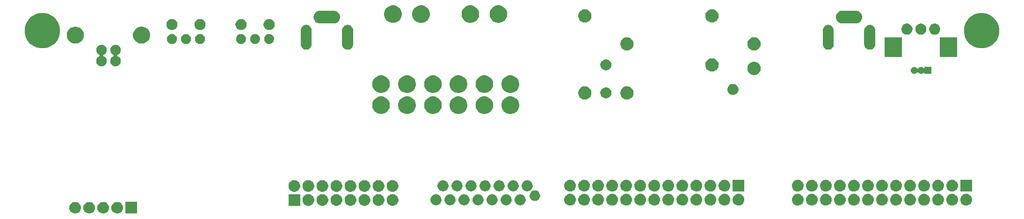
<source format=gts>
G04 #@! TF.GenerationSoftware,KiCad,Pcbnew,(5.1.0-0)*
G04 #@! TF.CreationDate,2020-01-03T12:25:20+01:00*
G04 #@! TF.ProjectId,AddOnA,4164644f-6e41-42e6-9b69-6361645f7063,rev?*
G04 #@! TF.SameCoordinates,Original*
G04 #@! TF.FileFunction,Soldermask,Top*
G04 #@! TF.FilePolarity,Negative*
%FSLAX46Y46*%
G04 Gerber Fmt 4.6, Leading zero omitted, Abs format (unit mm)*
G04 Created by KiCad (PCBNEW (5.1.0-0)) date 2020-01-03 12:25:20*
%MOMM*%
%LPD*%
G04 APERTURE LIST*
%ADD10C,0.100000*%
G04 APERTURE END LIST*
D10*
G36*
X27150000Y51850000D02*
G01*
X25050000Y51850000D01*
X25050000Y53950000D01*
X27150000Y53950000D01*
X27150000Y51850000D01*
X27150000Y51850000D01*
G37*
G36*
X23688707Y53942403D02*
G01*
X23765836Y53934807D01*
X23963762Y53874767D01*
X23963765Y53874766D01*
X24146170Y53777268D01*
X24306055Y53646055D01*
X24437268Y53486170D01*
X24534766Y53303765D01*
X24534767Y53303762D01*
X24594807Y53105836D01*
X24615080Y52900000D01*
X24594807Y52694164D01*
X24534767Y52496238D01*
X24534766Y52496235D01*
X24437268Y52313830D01*
X24306055Y52153945D01*
X24146170Y52022732D01*
X23963765Y51925234D01*
X23963762Y51925233D01*
X23765836Y51865193D01*
X23688707Y51857596D01*
X23611580Y51850000D01*
X23508420Y51850000D01*
X23431293Y51857596D01*
X23354164Y51865193D01*
X23156238Y51925233D01*
X23156235Y51925234D01*
X22973830Y52022732D01*
X22813945Y52153945D01*
X22682732Y52313830D01*
X22585234Y52496235D01*
X22585233Y52496238D01*
X22525193Y52694164D01*
X22504920Y52900000D01*
X22525193Y53105836D01*
X22585233Y53303762D01*
X22585234Y53303765D01*
X22682732Y53486170D01*
X22813945Y53646055D01*
X22973830Y53777268D01*
X23156235Y53874766D01*
X23156238Y53874767D01*
X23354164Y53934807D01*
X23431293Y53942403D01*
X23508420Y53950000D01*
X23611580Y53950000D01*
X23688707Y53942403D01*
X23688707Y53942403D01*
G37*
G36*
X21148707Y53942403D02*
G01*
X21225836Y53934807D01*
X21423762Y53874767D01*
X21423765Y53874766D01*
X21606170Y53777268D01*
X21766055Y53646055D01*
X21897268Y53486170D01*
X21994766Y53303765D01*
X21994767Y53303762D01*
X22054807Y53105836D01*
X22075080Y52900000D01*
X22054807Y52694164D01*
X21994767Y52496238D01*
X21994766Y52496235D01*
X21897268Y52313830D01*
X21766055Y52153945D01*
X21606170Y52022732D01*
X21423765Y51925234D01*
X21423762Y51925233D01*
X21225836Y51865193D01*
X21148707Y51857596D01*
X21071580Y51850000D01*
X20968420Y51850000D01*
X20891293Y51857596D01*
X20814164Y51865193D01*
X20616238Y51925233D01*
X20616235Y51925234D01*
X20433830Y52022732D01*
X20273945Y52153945D01*
X20142732Y52313830D01*
X20045234Y52496235D01*
X20045233Y52496238D01*
X19985193Y52694164D01*
X19964920Y52900000D01*
X19985193Y53105836D01*
X20045233Y53303762D01*
X20045234Y53303765D01*
X20142732Y53486170D01*
X20273945Y53646055D01*
X20433830Y53777268D01*
X20616235Y53874766D01*
X20616238Y53874767D01*
X20814164Y53934807D01*
X20891293Y53942403D01*
X20968420Y53950000D01*
X21071580Y53950000D01*
X21148707Y53942403D01*
X21148707Y53942403D01*
G37*
G36*
X18608707Y53942403D02*
G01*
X18685836Y53934807D01*
X18883762Y53874767D01*
X18883765Y53874766D01*
X19066170Y53777268D01*
X19226055Y53646055D01*
X19357268Y53486170D01*
X19454766Y53303765D01*
X19454767Y53303762D01*
X19514807Y53105836D01*
X19535080Y52900000D01*
X19514807Y52694164D01*
X19454767Y52496238D01*
X19454766Y52496235D01*
X19357268Y52313830D01*
X19226055Y52153945D01*
X19066170Y52022732D01*
X18883765Y51925234D01*
X18883762Y51925233D01*
X18685836Y51865193D01*
X18608707Y51857596D01*
X18531580Y51850000D01*
X18428420Y51850000D01*
X18351293Y51857596D01*
X18274164Y51865193D01*
X18076238Y51925233D01*
X18076235Y51925234D01*
X17893830Y52022732D01*
X17733945Y52153945D01*
X17602732Y52313830D01*
X17505234Y52496235D01*
X17505233Y52496238D01*
X17445193Y52694164D01*
X17424920Y52900000D01*
X17445193Y53105836D01*
X17505233Y53303762D01*
X17505234Y53303765D01*
X17602732Y53486170D01*
X17733945Y53646055D01*
X17893830Y53777268D01*
X18076235Y53874766D01*
X18076238Y53874767D01*
X18274164Y53934807D01*
X18351293Y53942403D01*
X18428420Y53950000D01*
X18531580Y53950000D01*
X18608707Y53942403D01*
X18608707Y53942403D01*
G37*
G36*
X16068707Y53942403D02*
G01*
X16145836Y53934807D01*
X16343762Y53874767D01*
X16343765Y53874766D01*
X16526170Y53777268D01*
X16686055Y53646055D01*
X16817268Y53486170D01*
X16914766Y53303765D01*
X16914767Y53303762D01*
X16974807Y53105836D01*
X16995080Y52900000D01*
X16974807Y52694164D01*
X16914767Y52496238D01*
X16914766Y52496235D01*
X16817268Y52313830D01*
X16686055Y52153945D01*
X16526170Y52022732D01*
X16343765Y51925234D01*
X16343762Y51925233D01*
X16145836Y51865193D01*
X16068707Y51857596D01*
X15991580Y51850000D01*
X15888420Y51850000D01*
X15811293Y51857596D01*
X15734164Y51865193D01*
X15536238Y51925233D01*
X15536235Y51925234D01*
X15353830Y52022732D01*
X15193945Y52153945D01*
X15062732Y52313830D01*
X14965234Y52496235D01*
X14965233Y52496238D01*
X14905193Y52694164D01*
X14884920Y52900000D01*
X14905193Y53105836D01*
X14965233Y53303762D01*
X14965234Y53303765D01*
X15062732Y53486170D01*
X15193945Y53646055D01*
X15353830Y53777268D01*
X15536235Y53874766D01*
X15536238Y53874767D01*
X15734164Y53934807D01*
X15811293Y53942403D01*
X15888420Y53950000D01*
X15991580Y53950000D01*
X16068707Y53942403D01*
X16068707Y53942403D01*
G37*
G36*
X60990240Y55322727D02*
G01*
X61183802Y55242551D01*
X61358005Y55126152D01*
X61506152Y54978005D01*
X61622551Y54803802D01*
X61702727Y54610240D01*
X61743600Y54404757D01*
X61743600Y54195243D01*
X61702727Y53989760D01*
X61622551Y53796198D01*
X61506152Y53621995D01*
X61358005Y53473848D01*
X61183802Y53357449D01*
X60990240Y53277273D01*
X60784757Y53236400D01*
X60575243Y53236400D01*
X60369760Y53277273D01*
X60176198Y53357449D01*
X60001995Y53473848D01*
X59853848Y53621995D01*
X59737449Y53796198D01*
X59657273Y53989760D01*
X59616400Y54195243D01*
X59616400Y54404757D01*
X59657273Y54610240D01*
X59737449Y54803802D01*
X59853848Y54978005D01*
X60001995Y55126152D01*
X60176198Y55242551D01*
X60369760Y55322727D01*
X60575243Y55363600D01*
X60784757Y55363600D01*
X60990240Y55322727D01*
X60990240Y55322727D01*
G37*
G36*
X58450240Y55322727D02*
G01*
X58643802Y55242551D01*
X58818005Y55126152D01*
X58966152Y54978005D01*
X59082551Y54803802D01*
X59162727Y54610240D01*
X59203600Y54404757D01*
X59203600Y54195243D01*
X59162727Y53989760D01*
X59082551Y53796198D01*
X58966152Y53621995D01*
X58818005Y53473848D01*
X58643802Y53357449D01*
X58450240Y53277273D01*
X58244757Y53236400D01*
X58035243Y53236400D01*
X57829760Y53277273D01*
X57636198Y53357449D01*
X57461995Y53473848D01*
X57313848Y53621995D01*
X57197449Y53796198D01*
X57117273Y53989760D01*
X57076400Y54195243D01*
X57076400Y54404757D01*
X57117273Y54610240D01*
X57197449Y54803802D01*
X57313848Y54978005D01*
X57461995Y55126152D01*
X57636198Y55242551D01*
X57829760Y55322727D01*
X58035243Y55363600D01*
X58244757Y55363600D01*
X58450240Y55322727D01*
X58450240Y55322727D01*
G37*
G36*
X56663600Y53236400D02*
G01*
X54536400Y53236400D01*
X54536400Y55363600D01*
X56663600Y55363600D01*
X56663600Y53236400D01*
X56663600Y53236400D01*
G37*
G36*
X63530240Y55322727D02*
G01*
X63723802Y55242551D01*
X63898005Y55126152D01*
X64046152Y54978005D01*
X64162551Y54803802D01*
X64242727Y54610240D01*
X64283600Y54404757D01*
X64283600Y54195243D01*
X64242727Y53989760D01*
X64162551Y53796198D01*
X64046152Y53621995D01*
X63898005Y53473848D01*
X63723802Y53357449D01*
X63530240Y53277273D01*
X63324757Y53236400D01*
X63115243Y53236400D01*
X62909760Y53277273D01*
X62716198Y53357449D01*
X62541995Y53473848D01*
X62393848Y53621995D01*
X62277449Y53796198D01*
X62197273Y53989760D01*
X62156400Y54195243D01*
X62156400Y54404757D01*
X62197273Y54610240D01*
X62277449Y54803802D01*
X62393848Y54978005D01*
X62541995Y55126152D01*
X62716198Y55242551D01*
X62909760Y55322727D01*
X63115243Y55363600D01*
X63324757Y55363600D01*
X63530240Y55322727D01*
X63530240Y55322727D01*
G37*
G36*
X66070240Y55322727D02*
G01*
X66263802Y55242551D01*
X66438005Y55126152D01*
X66586152Y54978005D01*
X66702551Y54803802D01*
X66782727Y54610240D01*
X66823600Y54404757D01*
X66823600Y54195243D01*
X66782727Y53989760D01*
X66702551Y53796198D01*
X66586152Y53621995D01*
X66438005Y53473848D01*
X66263802Y53357449D01*
X66070240Y53277273D01*
X65864757Y53236400D01*
X65655243Y53236400D01*
X65449760Y53277273D01*
X65256198Y53357449D01*
X65081995Y53473848D01*
X64933848Y53621995D01*
X64817449Y53796198D01*
X64737273Y53989760D01*
X64696400Y54195243D01*
X64696400Y54404757D01*
X64737273Y54610240D01*
X64817449Y54803802D01*
X64933848Y54978005D01*
X65081995Y55126152D01*
X65256198Y55242551D01*
X65449760Y55322727D01*
X65655243Y55363600D01*
X65864757Y55363600D01*
X66070240Y55322727D01*
X66070240Y55322727D01*
G37*
G36*
X68610240Y55322727D02*
G01*
X68803802Y55242551D01*
X68978005Y55126152D01*
X69126152Y54978005D01*
X69242551Y54803802D01*
X69322727Y54610240D01*
X69363600Y54404757D01*
X69363600Y54195243D01*
X69322727Y53989760D01*
X69242551Y53796198D01*
X69126152Y53621995D01*
X68978005Y53473848D01*
X68803802Y53357449D01*
X68610240Y53277273D01*
X68404757Y53236400D01*
X68195243Y53236400D01*
X67989760Y53277273D01*
X67796198Y53357449D01*
X67621995Y53473848D01*
X67473848Y53621995D01*
X67357449Y53796198D01*
X67277273Y53989760D01*
X67236400Y54195243D01*
X67236400Y54404757D01*
X67277273Y54610240D01*
X67357449Y54803802D01*
X67473848Y54978005D01*
X67621995Y55126152D01*
X67796198Y55242551D01*
X67989760Y55322727D01*
X68195243Y55363600D01*
X68404757Y55363600D01*
X68610240Y55322727D01*
X68610240Y55322727D01*
G37*
G36*
X71150240Y55322727D02*
G01*
X71343802Y55242551D01*
X71518005Y55126152D01*
X71666152Y54978005D01*
X71782551Y54803802D01*
X71862727Y54610240D01*
X71903600Y54404757D01*
X71903600Y54195243D01*
X71862727Y53989760D01*
X71782551Y53796198D01*
X71666152Y53621995D01*
X71518005Y53473848D01*
X71343802Y53357449D01*
X71150240Y53277273D01*
X70944757Y53236400D01*
X70735243Y53236400D01*
X70529760Y53277273D01*
X70336198Y53357449D01*
X70161995Y53473848D01*
X70013848Y53621995D01*
X69897449Y53796198D01*
X69817273Y53989760D01*
X69776400Y54195243D01*
X69776400Y54404757D01*
X69817273Y54610240D01*
X69897449Y54803802D01*
X70013848Y54978005D01*
X70161995Y55126152D01*
X70336198Y55242551D01*
X70529760Y55322727D01*
X70735243Y55363600D01*
X70944757Y55363600D01*
X71150240Y55322727D01*
X71150240Y55322727D01*
G37*
G36*
X73690240Y55322727D02*
G01*
X73883802Y55242551D01*
X74058005Y55126152D01*
X74206152Y54978005D01*
X74322551Y54803802D01*
X74402727Y54610240D01*
X74443600Y54404757D01*
X74443600Y54195243D01*
X74402727Y53989760D01*
X74322551Y53796198D01*
X74206152Y53621995D01*
X74058005Y53473848D01*
X73883802Y53357449D01*
X73690240Y53277273D01*
X73484757Y53236400D01*
X73275243Y53236400D01*
X73069760Y53277273D01*
X72876198Y53357449D01*
X72701995Y53473848D01*
X72553848Y53621995D01*
X72437449Y53796198D01*
X72357273Y53989760D01*
X72316400Y54195243D01*
X72316400Y54404757D01*
X72357273Y54610240D01*
X72437449Y54803802D01*
X72553848Y54978005D01*
X72701995Y55126152D01*
X72876198Y55242551D01*
X73069760Y55322727D01*
X73275243Y55363600D01*
X73484757Y55363600D01*
X73690240Y55322727D01*
X73690240Y55322727D01*
G37*
G36*
X136208500Y55408211D02*
G01*
X136408994Y55347392D01*
X136593759Y55248633D01*
X136593762Y55248631D01*
X136593763Y55248630D01*
X136755718Y55115718D01*
X136877388Y54967461D01*
X136888633Y54953759D01*
X136987392Y54768994D01*
X137048211Y54568500D01*
X137068746Y54360000D01*
X137048211Y54151500D01*
X136987392Y53951006D01*
X136888633Y53766241D01*
X136888631Y53766238D01*
X136888630Y53766237D01*
X136755718Y53604282D01*
X136596782Y53473848D01*
X136593759Y53471367D01*
X136408994Y53372608D01*
X136208500Y53311789D01*
X136052251Y53296400D01*
X135947749Y53296400D01*
X135791500Y53311789D01*
X135591006Y53372608D01*
X135406241Y53471367D01*
X135403218Y53473848D01*
X135244282Y53604282D01*
X135111370Y53766237D01*
X135111369Y53766238D01*
X135111367Y53766241D01*
X135012608Y53951006D01*
X134951789Y54151500D01*
X134931254Y54360000D01*
X134951789Y54568500D01*
X135012608Y54768994D01*
X135111367Y54953759D01*
X135122612Y54967461D01*
X135244282Y55115718D01*
X135406237Y55248630D01*
X135406238Y55248631D01*
X135406241Y55248633D01*
X135591006Y55347392D01*
X135791500Y55408211D01*
X135947749Y55423600D01*
X136052251Y55423600D01*
X136208500Y55408211D01*
X136208500Y55408211D01*
G37*
G36*
X133668500Y55408211D02*
G01*
X133868994Y55347392D01*
X134053759Y55248633D01*
X134053762Y55248631D01*
X134053763Y55248630D01*
X134215718Y55115718D01*
X134337388Y54967461D01*
X134348633Y54953759D01*
X134447392Y54768994D01*
X134508211Y54568500D01*
X134528746Y54360000D01*
X134508211Y54151500D01*
X134447392Y53951006D01*
X134348633Y53766241D01*
X134348631Y53766238D01*
X134348630Y53766237D01*
X134215718Y53604282D01*
X134056782Y53473848D01*
X134053759Y53471367D01*
X133868994Y53372608D01*
X133668500Y53311789D01*
X133512251Y53296400D01*
X133407749Y53296400D01*
X133251500Y53311789D01*
X133051006Y53372608D01*
X132866241Y53471367D01*
X132863218Y53473848D01*
X132704282Y53604282D01*
X132571370Y53766237D01*
X132571369Y53766238D01*
X132571367Y53766241D01*
X132472608Y53951006D01*
X132411789Y54151500D01*
X132391254Y54360000D01*
X132411789Y54568500D01*
X132472608Y54768994D01*
X132571367Y54953759D01*
X132582612Y54967461D01*
X132704282Y55115718D01*
X132866237Y55248630D01*
X132866238Y55248631D01*
X132866241Y55248633D01*
X133051006Y55347392D01*
X133251500Y55408211D01*
X133407749Y55423600D01*
X133512251Y55423600D01*
X133668500Y55408211D01*
X133668500Y55408211D01*
G37*
G36*
X131128500Y55408211D02*
G01*
X131328994Y55347392D01*
X131513759Y55248633D01*
X131513762Y55248631D01*
X131513763Y55248630D01*
X131675718Y55115718D01*
X131797388Y54967461D01*
X131808633Y54953759D01*
X131907392Y54768994D01*
X131968211Y54568500D01*
X131988746Y54360000D01*
X131968211Y54151500D01*
X131907392Y53951006D01*
X131808633Y53766241D01*
X131808631Y53766238D01*
X131808630Y53766237D01*
X131675718Y53604282D01*
X131516782Y53473848D01*
X131513759Y53471367D01*
X131328994Y53372608D01*
X131128500Y53311789D01*
X130972251Y53296400D01*
X130867749Y53296400D01*
X130711500Y53311789D01*
X130511006Y53372608D01*
X130326241Y53471367D01*
X130323218Y53473848D01*
X130164282Y53604282D01*
X130031370Y53766237D01*
X130031369Y53766238D01*
X130031367Y53766241D01*
X129932608Y53951006D01*
X129871789Y54151500D01*
X129851254Y54360000D01*
X129871789Y54568500D01*
X129932608Y54768994D01*
X130031367Y54953759D01*
X130042612Y54967461D01*
X130164282Y55115718D01*
X130326237Y55248630D01*
X130326238Y55248631D01*
X130326241Y55248633D01*
X130511006Y55347392D01*
X130711500Y55408211D01*
X130867749Y55423600D01*
X130972251Y55423600D01*
X131128500Y55408211D01*
X131128500Y55408211D01*
G37*
G36*
X128588500Y55408211D02*
G01*
X128788994Y55347392D01*
X128973759Y55248633D01*
X128973762Y55248631D01*
X128973763Y55248630D01*
X129135718Y55115718D01*
X129257388Y54967461D01*
X129268633Y54953759D01*
X129367392Y54768994D01*
X129428211Y54568500D01*
X129448746Y54360000D01*
X129428211Y54151500D01*
X129367392Y53951006D01*
X129268633Y53766241D01*
X129268631Y53766238D01*
X129268630Y53766237D01*
X129135718Y53604282D01*
X128976782Y53473848D01*
X128973759Y53471367D01*
X128788994Y53372608D01*
X128588500Y53311789D01*
X128432251Y53296400D01*
X128327749Y53296400D01*
X128171500Y53311789D01*
X127971006Y53372608D01*
X127786241Y53471367D01*
X127783218Y53473848D01*
X127624282Y53604282D01*
X127491370Y53766237D01*
X127491369Y53766238D01*
X127491367Y53766241D01*
X127392608Y53951006D01*
X127331789Y54151500D01*
X127311254Y54360000D01*
X127331789Y54568500D01*
X127392608Y54768994D01*
X127491367Y54953759D01*
X127502612Y54967461D01*
X127624282Y55115718D01*
X127786237Y55248630D01*
X127786238Y55248631D01*
X127786241Y55248633D01*
X127971006Y55347392D01*
X128171500Y55408211D01*
X128327749Y55423600D01*
X128432251Y55423600D01*
X128588500Y55408211D01*
X128588500Y55408211D01*
G37*
G36*
X126048500Y55408211D02*
G01*
X126248994Y55347392D01*
X126433759Y55248633D01*
X126433762Y55248631D01*
X126433763Y55248630D01*
X126595718Y55115718D01*
X126717388Y54967461D01*
X126728633Y54953759D01*
X126827392Y54768994D01*
X126888211Y54568500D01*
X126908746Y54360000D01*
X126888211Y54151500D01*
X126827392Y53951006D01*
X126728633Y53766241D01*
X126728631Y53766238D01*
X126728630Y53766237D01*
X126595718Y53604282D01*
X126436782Y53473848D01*
X126433759Y53471367D01*
X126248994Y53372608D01*
X126048500Y53311789D01*
X125892251Y53296400D01*
X125787749Y53296400D01*
X125631500Y53311789D01*
X125431006Y53372608D01*
X125246241Y53471367D01*
X125243218Y53473848D01*
X125084282Y53604282D01*
X124951370Y53766237D01*
X124951369Y53766238D01*
X124951367Y53766241D01*
X124852608Y53951006D01*
X124791789Y54151500D01*
X124771254Y54360000D01*
X124791789Y54568500D01*
X124852608Y54768994D01*
X124951367Y54953759D01*
X124962612Y54967461D01*
X125084282Y55115718D01*
X125246237Y55248630D01*
X125246238Y55248631D01*
X125246241Y55248633D01*
X125431006Y55347392D01*
X125631500Y55408211D01*
X125787749Y55423600D01*
X125892251Y55423600D01*
X126048500Y55408211D01*
X126048500Y55408211D01*
G37*
G36*
X123508500Y55408211D02*
G01*
X123708994Y55347392D01*
X123893759Y55248633D01*
X123893762Y55248631D01*
X123893763Y55248630D01*
X124055718Y55115718D01*
X124177388Y54967461D01*
X124188633Y54953759D01*
X124287392Y54768994D01*
X124348211Y54568500D01*
X124368746Y54360000D01*
X124348211Y54151500D01*
X124287392Y53951006D01*
X124188633Y53766241D01*
X124188631Y53766238D01*
X124188630Y53766237D01*
X124055718Y53604282D01*
X123896782Y53473848D01*
X123893759Y53471367D01*
X123708994Y53372608D01*
X123508500Y53311789D01*
X123352251Y53296400D01*
X123247749Y53296400D01*
X123091500Y53311789D01*
X122891006Y53372608D01*
X122706241Y53471367D01*
X122703218Y53473848D01*
X122544282Y53604282D01*
X122411370Y53766237D01*
X122411369Y53766238D01*
X122411367Y53766241D01*
X122312608Y53951006D01*
X122251789Y54151500D01*
X122231254Y54360000D01*
X122251789Y54568500D01*
X122312608Y54768994D01*
X122411367Y54953759D01*
X122422612Y54967461D01*
X122544282Y55115718D01*
X122706237Y55248630D01*
X122706238Y55248631D01*
X122706241Y55248633D01*
X122891006Y55347392D01*
X123091500Y55408211D01*
X123247749Y55423600D01*
X123352251Y55423600D01*
X123508500Y55408211D01*
X123508500Y55408211D01*
G37*
G36*
X120968500Y55408211D02*
G01*
X121168994Y55347392D01*
X121353759Y55248633D01*
X121353762Y55248631D01*
X121353763Y55248630D01*
X121515718Y55115718D01*
X121637388Y54967461D01*
X121648633Y54953759D01*
X121747392Y54768994D01*
X121808211Y54568500D01*
X121828746Y54360000D01*
X121808211Y54151500D01*
X121747392Y53951006D01*
X121648633Y53766241D01*
X121648631Y53766238D01*
X121648630Y53766237D01*
X121515718Y53604282D01*
X121356782Y53473848D01*
X121353759Y53471367D01*
X121168994Y53372608D01*
X120968500Y53311789D01*
X120812251Y53296400D01*
X120707749Y53296400D01*
X120551500Y53311789D01*
X120351006Y53372608D01*
X120166241Y53471367D01*
X120163218Y53473848D01*
X120004282Y53604282D01*
X119871370Y53766237D01*
X119871369Y53766238D01*
X119871367Y53766241D01*
X119772608Y53951006D01*
X119711789Y54151500D01*
X119691254Y54360000D01*
X119711789Y54568500D01*
X119772608Y54768994D01*
X119871367Y54953759D01*
X119882612Y54967461D01*
X120004282Y55115718D01*
X120166237Y55248630D01*
X120166238Y55248631D01*
X120166241Y55248633D01*
X120351006Y55347392D01*
X120551500Y55408211D01*
X120707749Y55423600D01*
X120812251Y55423600D01*
X120968500Y55408211D01*
X120968500Y55408211D01*
G37*
G36*
X118428500Y55408211D02*
G01*
X118628994Y55347392D01*
X118813759Y55248633D01*
X118813762Y55248631D01*
X118813763Y55248630D01*
X118975718Y55115718D01*
X119097388Y54967461D01*
X119108633Y54953759D01*
X119207392Y54768994D01*
X119268211Y54568500D01*
X119288746Y54360000D01*
X119268211Y54151500D01*
X119207392Y53951006D01*
X119108633Y53766241D01*
X119108631Y53766238D01*
X119108630Y53766237D01*
X118975718Y53604282D01*
X118816782Y53473848D01*
X118813759Y53471367D01*
X118628994Y53372608D01*
X118428500Y53311789D01*
X118272251Y53296400D01*
X118167749Y53296400D01*
X118011500Y53311789D01*
X117811006Y53372608D01*
X117626241Y53471367D01*
X117623218Y53473848D01*
X117464282Y53604282D01*
X117331370Y53766237D01*
X117331369Y53766238D01*
X117331367Y53766241D01*
X117232608Y53951006D01*
X117171789Y54151500D01*
X117151254Y54360000D01*
X117171789Y54568500D01*
X117232608Y54768994D01*
X117331367Y54953759D01*
X117342612Y54967461D01*
X117464282Y55115718D01*
X117626237Y55248630D01*
X117626238Y55248631D01*
X117626241Y55248633D01*
X117811006Y55347392D01*
X118011500Y55408211D01*
X118167749Y55423600D01*
X118272251Y55423600D01*
X118428500Y55408211D01*
X118428500Y55408211D01*
G37*
G36*
X115888500Y55408211D02*
G01*
X116088994Y55347392D01*
X116273759Y55248633D01*
X116273762Y55248631D01*
X116273763Y55248630D01*
X116435718Y55115718D01*
X116557388Y54967461D01*
X116568633Y54953759D01*
X116667392Y54768994D01*
X116728211Y54568500D01*
X116748746Y54360000D01*
X116728211Y54151500D01*
X116667392Y53951006D01*
X116568633Y53766241D01*
X116568631Y53766238D01*
X116568630Y53766237D01*
X116435718Y53604282D01*
X116276782Y53473848D01*
X116273759Y53471367D01*
X116088994Y53372608D01*
X115888500Y53311789D01*
X115732251Y53296400D01*
X115627749Y53296400D01*
X115471500Y53311789D01*
X115271006Y53372608D01*
X115086241Y53471367D01*
X115083218Y53473848D01*
X114924282Y53604282D01*
X114791370Y53766237D01*
X114791369Y53766238D01*
X114791367Y53766241D01*
X114692608Y53951006D01*
X114631789Y54151500D01*
X114611254Y54360000D01*
X114631789Y54568500D01*
X114692608Y54768994D01*
X114791367Y54953759D01*
X114802612Y54967461D01*
X114924282Y55115718D01*
X115086237Y55248630D01*
X115086238Y55248631D01*
X115086241Y55248633D01*
X115271006Y55347392D01*
X115471500Y55408211D01*
X115627749Y55423600D01*
X115732251Y55423600D01*
X115888500Y55408211D01*
X115888500Y55408211D01*
G37*
G36*
X113348500Y55408211D02*
G01*
X113548994Y55347392D01*
X113733759Y55248633D01*
X113733762Y55248631D01*
X113733763Y55248630D01*
X113895718Y55115718D01*
X114017388Y54967461D01*
X114028633Y54953759D01*
X114127392Y54768994D01*
X114188211Y54568500D01*
X114208746Y54360000D01*
X114188211Y54151500D01*
X114127392Y53951006D01*
X114028633Y53766241D01*
X114028631Y53766238D01*
X114028630Y53766237D01*
X113895718Y53604282D01*
X113736782Y53473848D01*
X113733759Y53471367D01*
X113548994Y53372608D01*
X113348500Y53311789D01*
X113192251Y53296400D01*
X113087749Y53296400D01*
X112931500Y53311789D01*
X112731006Y53372608D01*
X112546241Y53471367D01*
X112543218Y53473848D01*
X112384282Y53604282D01*
X112251370Y53766237D01*
X112251369Y53766238D01*
X112251367Y53766241D01*
X112152608Y53951006D01*
X112091789Y54151500D01*
X112071254Y54360000D01*
X112091789Y54568500D01*
X112152608Y54768994D01*
X112251367Y54953759D01*
X112262612Y54967461D01*
X112384282Y55115718D01*
X112546237Y55248630D01*
X112546238Y55248631D01*
X112546241Y55248633D01*
X112731006Y55347392D01*
X112931500Y55408211D01*
X113087749Y55423600D01*
X113192251Y55423600D01*
X113348500Y55408211D01*
X113348500Y55408211D01*
G37*
G36*
X110808500Y55408211D02*
G01*
X111008994Y55347392D01*
X111193759Y55248633D01*
X111193762Y55248631D01*
X111193763Y55248630D01*
X111355718Y55115718D01*
X111477388Y54967461D01*
X111488633Y54953759D01*
X111587392Y54768994D01*
X111648211Y54568500D01*
X111668746Y54360000D01*
X111648211Y54151500D01*
X111587392Y53951006D01*
X111488633Y53766241D01*
X111488631Y53766238D01*
X111488630Y53766237D01*
X111355718Y53604282D01*
X111196782Y53473848D01*
X111193759Y53471367D01*
X111008994Y53372608D01*
X110808500Y53311789D01*
X110652251Y53296400D01*
X110547749Y53296400D01*
X110391500Y53311789D01*
X110191006Y53372608D01*
X110006241Y53471367D01*
X110003218Y53473848D01*
X109844282Y53604282D01*
X109711370Y53766237D01*
X109711369Y53766238D01*
X109711367Y53766241D01*
X109612608Y53951006D01*
X109551789Y54151500D01*
X109531254Y54360000D01*
X109551789Y54568500D01*
X109612608Y54768994D01*
X109711367Y54953759D01*
X109722612Y54967461D01*
X109844282Y55115718D01*
X110006237Y55248630D01*
X110006238Y55248631D01*
X110006241Y55248633D01*
X110191006Y55347392D01*
X110391500Y55408211D01*
X110547749Y55423600D01*
X110652251Y55423600D01*
X110808500Y55408211D01*
X110808500Y55408211D01*
G37*
G36*
X108268500Y55408211D02*
G01*
X108468994Y55347392D01*
X108653759Y55248633D01*
X108653762Y55248631D01*
X108653763Y55248630D01*
X108815718Y55115718D01*
X108937388Y54967461D01*
X108948633Y54953759D01*
X109047392Y54768994D01*
X109108211Y54568500D01*
X109128746Y54360000D01*
X109108211Y54151500D01*
X109047392Y53951006D01*
X108948633Y53766241D01*
X108948631Y53766238D01*
X108948630Y53766237D01*
X108815718Y53604282D01*
X108656782Y53473848D01*
X108653759Y53471367D01*
X108468994Y53372608D01*
X108268500Y53311789D01*
X108112251Y53296400D01*
X108007749Y53296400D01*
X107851500Y53311789D01*
X107651006Y53372608D01*
X107466241Y53471367D01*
X107463218Y53473848D01*
X107304282Y53604282D01*
X107171370Y53766237D01*
X107171369Y53766238D01*
X107171367Y53766241D01*
X107072608Y53951006D01*
X107011789Y54151500D01*
X106991254Y54360000D01*
X107011789Y54568500D01*
X107072608Y54768994D01*
X107171367Y54953759D01*
X107182612Y54967461D01*
X107304282Y55115718D01*
X107466237Y55248630D01*
X107466238Y55248631D01*
X107466241Y55248633D01*
X107651006Y55347392D01*
X107851500Y55408211D01*
X108007749Y55423600D01*
X108112251Y55423600D01*
X108268500Y55408211D01*
X108268500Y55408211D01*
G37*
G36*
X105728500Y55408211D02*
G01*
X105928994Y55347392D01*
X106113759Y55248633D01*
X106113762Y55248631D01*
X106113763Y55248630D01*
X106275718Y55115718D01*
X106397388Y54967461D01*
X106408633Y54953759D01*
X106507392Y54768994D01*
X106568211Y54568500D01*
X106588746Y54360000D01*
X106568211Y54151500D01*
X106507392Y53951006D01*
X106408633Y53766241D01*
X106408631Y53766238D01*
X106408630Y53766237D01*
X106275718Y53604282D01*
X106116782Y53473848D01*
X106113759Y53471367D01*
X105928994Y53372608D01*
X105728500Y53311789D01*
X105572251Y53296400D01*
X105467749Y53296400D01*
X105311500Y53311789D01*
X105111006Y53372608D01*
X104926241Y53471367D01*
X104923218Y53473848D01*
X104764282Y53604282D01*
X104631370Y53766237D01*
X104631369Y53766238D01*
X104631367Y53766241D01*
X104532608Y53951006D01*
X104471789Y54151500D01*
X104451254Y54360000D01*
X104471789Y54568500D01*
X104532608Y54768994D01*
X104631367Y54953759D01*
X104642612Y54967461D01*
X104764282Y55115718D01*
X104926237Y55248630D01*
X104926238Y55248631D01*
X104926241Y55248633D01*
X105111006Y55347392D01*
X105311500Y55408211D01*
X105467749Y55423600D01*
X105572251Y55423600D01*
X105728500Y55408211D01*
X105728500Y55408211D01*
G37*
G36*
X146928500Y55408211D02*
G01*
X147128994Y55347392D01*
X147313759Y55248633D01*
X147313762Y55248631D01*
X147313763Y55248630D01*
X147475718Y55115718D01*
X147597388Y54967461D01*
X147608633Y54953759D01*
X147707392Y54768994D01*
X147768211Y54568500D01*
X147788746Y54360000D01*
X147768211Y54151500D01*
X147707392Y53951006D01*
X147608633Y53766241D01*
X147608631Y53766238D01*
X147608630Y53766237D01*
X147475718Y53604282D01*
X147316782Y53473848D01*
X147313759Y53471367D01*
X147128994Y53372608D01*
X146928500Y53311789D01*
X146772251Y53296400D01*
X146667749Y53296400D01*
X146511500Y53311789D01*
X146311006Y53372608D01*
X146126241Y53471367D01*
X146123218Y53473848D01*
X145964282Y53604282D01*
X145831370Y53766237D01*
X145831369Y53766238D01*
X145831367Y53766241D01*
X145732608Y53951006D01*
X145671789Y54151500D01*
X145651254Y54360000D01*
X145671789Y54568500D01*
X145732608Y54768994D01*
X145831367Y54953759D01*
X145842612Y54967461D01*
X145964282Y55115718D01*
X146126237Y55248630D01*
X146126238Y55248631D01*
X146126241Y55248633D01*
X146311006Y55347392D01*
X146511500Y55408211D01*
X146667749Y55423600D01*
X146772251Y55423600D01*
X146928500Y55408211D01*
X146928500Y55408211D01*
G37*
G36*
X149468500Y55408211D02*
G01*
X149668994Y55347392D01*
X149853759Y55248633D01*
X149853762Y55248631D01*
X149853763Y55248630D01*
X150015718Y55115718D01*
X150137388Y54967461D01*
X150148633Y54953759D01*
X150247392Y54768994D01*
X150308211Y54568500D01*
X150328746Y54360000D01*
X150308211Y54151500D01*
X150247392Y53951006D01*
X150148633Y53766241D01*
X150148631Y53766238D01*
X150148630Y53766237D01*
X150015718Y53604282D01*
X149856782Y53473848D01*
X149853759Y53471367D01*
X149668994Y53372608D01*
X149468500Y53311789D01*
X149312251Y53296400D01*
X149207749Y53296400D01*
X149051500Y53311789D01*
X148851006Y53372608D01*
X148666241Y53471367D01*
X148663218Y53473848D01*
X148504282Y53604282D01*
X148371370Y53766237D01*
X148371369Y53766238D01*
X148371367Y53766241D01*
X148272608Y53951006D01*
X148211789Y54151500D01*
X148191254Y54360000D01*
X148211789Y54568500D01*
X148272608Y54768994D01*
X148371367Y54953759D01*
X148382612Y54967461D01*
X148504282Y55115718D01*
X148666237Y55248630D01*
X148666238Y55248631D01*
X148666241Y55248633D01*
X148851006Y55347392D01*
X149051500Y55408211D01*
X149207749Y55423600D01*
X149312251Y55423600D01*
X149468500Y55408211D01*
X149468500Y55408211D01*
G37*
G36*
X152008500Y55408211D02*
G01*
X152208994Y55347392D01*
X152393759Y55248633D01*
X152393762Y55248631D01*
X152393763Y55248630D01*
X152555718Y55115718D01*
X152677388Y54967461D01*
X152688633Y54953759D01*
X152787392Y54768994D01*
X152848211Y54568500D01*
X152868746Y54360000D01*
X152848211Y54151500D01*
X152787392Y53951006D01*
X152688633Y53766241D01*
X152688631Y53766238D01*
X152688630Y53766237D01*
X152555718Y53604282D01*
X152396782Y53473848D01*
X152393759Y53471367D01*
X152208994Y53372608D01*
X152008500Y53311789D01*
X151852251Y53296400D01*
X151747749Y53296400D01*
X151591500Y53311789D01*
X151391006Y53372608D01*
X151206241Y53471367D01*
X151203218Y53473848D01*
X151044282Y53604282D01*
X150911370Y53766237D01*
X150911369Y53766238D01*
X150911367Y53766241D01*
X150812608Y53951006D01*
X150751789Y54151500D01*
X150731254Y54360000D01*
X150751789Y54568500D01*
X150812608Y54768994D01*
X150911367Y54953759D01*
X150922612Y54967461D01*
X151044282Y55115718D01*
X151206237Y55248630D01*
X151206238Y55248631D01*
X151206241Y55248633D01*
X151391006Y55347392D01*
X151591500Y55408211D01*
X151747749Y55423600D01*
X151852251Y55423600D01*
X152008500Y55408211D01*
X152008500Y55408211D01*
G37*
G36*
X154548500Y55408211D02*
G01*
X154748994Y55347392D01*
X154933759Y55248633D01*
X154933762Y55248631D01*
X154933763Y55248630D01*
X155095718Y55115718D01*
X155217388Y54967461D01*
X155228633Y54953759D01*
X155327392Y54768994D01*
X155388211Y54568500D01*
X155408746Y54360000D01*
X155388211Y54151500D01*
X155327392Y53951006D01*
X155228633Y53766241D01*
X155228631Y53766238D01*
X155228630Y53766237D01*
X155095718Y53604282D01*
X154936782Y53473848D01*
X154933759Y53471367D01*
X154748994Y53372608D01*
X154548500Y53311789D01*
X154392251Y53296400D01*
X154287749Y53296400D01*
X154131500Y53311789D01*
X153931006Y53372608D01*
X153746241Y53471367D01*
X153743218Y53473848D01*
X153584282Y53604282D01*
X153451370Y53766237D01*
X153451369Y53766238D01*
X153451367Y53766241D01*
X153352608Y53951006D01*
X153291789Y54151500D01*
X153271254Y54360000D01*
X153291789Y54568500D01*
X153352608Y54768994D01*
X153451367Y54953759D01*
X153462612Y54967461D01*
X153584282Y55115718D01*
X153746237Y55248630D01*
X153746238Y55248631D01*
X153746241Y55248633D01*
X153931006Y55347392D01*
X154131500Y55408211D01*
X154287749Y55423600D01*
X154392251Y55423600D01*
X154548500Y55408211D01*
X154548500Y55408211D01*
G37*
G36*
X157088500Y55408211D02*
G01*
X157288994Y55347392D01*
X157473759Y55248633D01*
X157473762Y55248631D01*
X157473763Y55248630D01*
X157635718Y55115718D01*
X157757388Y54967461D01*
X157768633Y54953759D01*
X157867392Y54768994D01*
X157928211Y54568500D01*
X157948746Y54360000D01*
X157928211Y54151500D01*
X157867392Y53951006D01*
X157768633Y53766241D01*
X157768631Y53766238D01*
X157768630Y53766237D01*
X157635718Y53604282D01*
X157476782Y53473848D01*
X157473759Y53471367D01*
X157288994Y53372608D01*
X157088500Y53311789D01*
X156932251Y53296400D01*
X156827749Y53296400D01*
X156671500Y53311789D01*
X156471006Y53372608D01*
X156286241Y53471367D01*
X156283218Y53473848D01*
X156124282Y53604282D01*
X155991370Y53766237D01*
X155991369Y53766238D01*
X155991367Y53766241D01*
X155892608Y53951006D01*
X155831789Y54151500D01*
X155811254Y54360000D01*
X155831789Y54568500D01*
X155892608Y54768994D01*
X155991367Y54953759D01*
X156002612Y54967461D01*
X156124282Y55115718D01*
X156286237Y55248630D01*
X156286238Y55248631D01*
X156286241Y55248633D01*
X156471006Y55347392D01*
X156671500Y55408211D01*
X156827749Y55423600D01*
X156932251Y55423600D01*
X157088500Y55408211D01*
X157088500Y55408211D01*
G37*
G36*
X159628500Y55408211D02*
G01*
X159828994Y55347392D01*
X160013759Y55248633D01*
X160013762Y55248631D01*
X160013763Y55248630D01*
X160175718Y55115718D01*
X160297388Y54967461D01*
X160308633Y54953759D01*
X160407392Y54768994D01*
X160468211Y54568500D01*
X160488746Y54360000D01*
X160468211Y54151500D01*
X160407392Y53951006D01*
X160308633Y53766241D01*
X160308631Y53766238D01*
X160308630Y53766237D01*
X160175718Y53604282D01*
X160016782Y53473848D01*
X160013759Y53471367D01*
X159828994Y53372608D01*
X159628500Y53311789D01*
X159472251Y53296400D01*
X159367749Y53296400D01*
X159211500Y53311789D01*
X159011006Y53372608D01*
X158826241Y53471367D01*
X158823218Y53473848D01*
X158664282Y53604282D01*
X158531370Y53766237D01*
X158531369Y53766238D01*
X158531367Y53766241D01*
X158432608Y53951006D01*
X158371789Y54151500D01*
X158351254Y54360000D01*
X158371789Y54568500D01*
X158432608Y54768994D01*
X158531367Y54953759D01*
X158542612Y54967461D01*
X158664282Y55115718D01*
X158826237Y55248630D01*
X158826238Y55248631D01*
X158826241Y55248633D01*
X159011006Y55347392D01*
X159211500Y55408211D01*
X159367749Y55423600D01*
X159472251Y55423600D01*
X159628500Y55408211D01*
X159628500Y55408211D01*
G37*
G36*
X162168500Y55408211D02*
G01*
X162368994Y55347392D01*
X162553759Y55248633D01*
X162553762Y55248631D01*
X162553763Y55248630D01*
X162715718Y55115718D01*
X162837388Y54967461D01*
X162848633Y54953759D01*
X162947392Y54768994D01*
X163008211Y54568500D01*
X163028746Y54360000D01*
X163008211Y54151500D01*
X162947392Y53951006D01*
X162848633Y53766241D01*
X162848631Y53766238D01*
X162848630Y53766237D01*
X162715718Y53604282D01*
X162556782Y53473848D01*
X162553759Y53471367D01*
X162368994Y53372608D01*
X162168500Y53311789D01*
X162012251Y53296400D01*
X161907749Y53296400D01*
X161751500Y53311789D01*
X161551006Y53372608D01*
X161366241Y53471367D01*
X161363218Y53473848D01*
X161204282Y53604282D01*
X161071370Y53766237D01*
X161071369Y53766238D01*
X161071367Y53766241D01*
X160972608Y53951006D01*
X160911789Y54151500D01*
X160891254Y54360000D01*
X160911789Y54568500D01*
X160972608Y54768994D01*
X161071367Y54953759D01*
X161082612Y54967461D01*
X161204282Y55115718D01*
X161366237Y55248630D01*
X161366238Y55248631D01*
X161366241Y55248633D01*
X161551006Y55347392D01*
X161751500Y55408211D01*
X161907749Y55423600D01*
X162012251Y55423600D01*
X162168500Y55408211D01*
X162168500Y55408211D01*
G37*
G36*
X164708500Y55408211D02*
G01*
X164908994Y55347392D01*
X165093759Y55248633D01*
X165093762Y55248631D01*
X165093763Y55248630D01*
X165255718Y55115718D01*
X165377388Y54967461D01*
X165388633Y54953759D01*
X165487392Y54768994D01*
X165548211Y54568500D01*
X165568746Y54360000D01*
X165548211Y54151500D01*
X165487392Y53951006D01*
X165388633Y53766241D01*
X165388631Y53766238D01*
X165388630Y53766237D01*
X165255718Y53604282D01*
X165096782Y53473848D01*
X165093759Y53471367D01*
X164908994Y53372608D01*
X164708500Y53311789D01*
X164552251Y53296400D01*
X164447749Y53296400D01*
X164291500Y53311789D01*
X164091006Y53372608D01*
X163906241Y53471367D01*
X163903218Y53473848D01*
X163744282Y53604282D01*
X163611370Y53766237D01*
X163611369Y53766238D01*
X163611367Y53766241D01*
X163512608Y53951006D01*
X163451789Y54151500D01*
X163431254Y54360000D01*
X163451789Y54568500D01*
X163512608Y54768994D01*
X163611367Y54953759D01*
X163622612Y54967461D01*
X163744282Y55115718D01*
X163906237Y55248630D01*
X163906238Y55248631D01*
X163906241Y55248633D01*
X164091006Y55347392D01*
X164291500Y55408211D01*
X164447749Y55423600D01*
X164552251Y55423600D01*
X164708500Y55408211D01*
X164708500Y55408211D01*
G37*
G36*
X167248500Y55408211D02*
G01*
X167448994Y55347392D01*
X167633759Y55248633D01*
X167633762Y55248631D01*
X167633763Y55248630D01*
X167795718Y55115718D01*
X167917388Y54967461D01*
X167928633Y54953759D01*
X168027392Y54768994D01*
X168088211Y54568500D01*
X168108746Y54360000D01*
X168088211Y54151500D01*
X168027392Y53951006D01*
X167928633Y53766241D01*
X167928631Y53766238D01*
X167928630Y53766237D01*
X167795718Y53604282D01*
X167636782Y53473848D01*
X167633759Y53471367D01*
X167448994Y53372608D01*
X167248500Y53311789D01*
X167092251Y53296400D01*
X166987749Y53296400D01*
X166831500Y53311789D01*
X166631006Y53372608D01*
X166446241Y53471367D01*
X166443218Y53473848D01*
X166284282Y53604282D01*
X166151370Y53766237D01*
X166151369Y53766238D01*
X166151367Y53766241D01*
X166052608Y53951006D01*
X165991789Y54151500D01*
X165971254Y54360000D01*
X165991789Y54568500D01*
X166052608Y54768994D01*
X166151367Y54953759D01*
X166162612Y54967461D01*
X166284282Y55115718D01*
X166446237Y55248630D01*
X166446238Y55248631D01*
X166446241Y55248633D01*
X166631006Y55347392D01*
X166831500Y55408211D01*
X166987749Y55423600D01*
X167092251Y55423600D01*
X167248500Y55408211D01*
X167248500Y55408211D01*
G37*
G36*
X169788500Y55408211D02*
G01*
X169988994Y55347392D01*
X170173759Y55248633D01*
X170173762Y55248631D01*
X170173763Y55248630D01*
X170335718Y55115718D01*
X170457388Y54967461D01*
X170468633Y54953759D01*
X170567392Y54768994D01*
X170628211Y54568500D01*
X170648746Y54360000D01*
X170628211Y54151500D01*
X170567392Y53951006D01*
X170468633Y53766241D01*
X170468631Y53766238D01*
X170468630Y53766237D01*
X170335718Y53604282D01*
X170176782Y53473848D01*
X170173759Y53471367D01*
X169988994Y53372608D01*
X169788500Y53311789D01*
X169632251Y53296400D01*
X169527749Y53296400D01*
X169371500Y53311789D01*
X169171006Y53372608D01*
X168986241Y53471367D01*
X168983218Y53473848D01*
X168824282Y53604282D01*
X168691370Y53766237D01*
X168691369Y53766238D01*
X168691367Y53766241D01*
X168592608Y53951006D01*
X168531789Y54151500D01*
X168511254Y54360000D01*
X168531789Y54568500D01*
X168592608Y54768994D01*
X168691367Y54953759D01*
X168702612Y54967461D01*
X168824282Y55115718D01*
X168986237Y55248630D01*
X168986238Y55248631D01*
X168986241Y55248633D01*
X169171006Y55347392D01*
X169371500Y55408211D01*
X169527749Y55423600D01*
X169632251Y55423600D01*
X169788500Y55408211D01*
X169788500Y55408211D01*
G37*
G36*
X172328500Y55408211D02*
G01*
X172528994Y55347392D01*
X172713759Y55248633D01*
X172713762Y55248631D01*
X172713763Y55248630D01*
X172875718Y55115718D01*
X172997388Y54967461D01*
X173008633Y54953759D01*
X173107392Y54768994D01*
X173168211Y54568500D01*
X173188746Y54360000D01*
X173168211Y54151500D01*
X173107392Y53951006D01*
X173008633Y53766241D01*
X173008631Y53766238D01*
X173008630Y53766237D01*
X172875718Y53604282D01*
X172716782Y53473848D01*
X172713759Y53471367D01*
X172528994Y53372608D01*
X172328500Y53311789D01*
X172172251Y53296400D01*
X172067749Y53296400D01*
X171911500Y53311789D01*
X171711006Y53372608D01*
X171526241Y53471367D01*
X171523218Y53473848D01*
X171364282Y53604282D01*
X171231370Y53766237D01*
X171231369Y53766238D01*
X171231367Y53766241D01*
X171132608Y53951006D01*
X171071789Y54151500D01*
X171051254Y54360000D01*
X171071789Y54568500D01*
X171132608Y54768994D01*
X171231367Y54953759D01*
X171242612Y54967461D01*
X171364282Y55115718D01*
X171526237Y55248630D01*
X171526238Y55248631D01*
X171526241Y55248633D01*
X171711006Y55347392D01*
X171911500Y55408211D01*
X172067749Y55423600D01*
X172172251Y55423600D01*
X172328500Y55408211D01*
X172328500Y55408211D01*
G37*
G36*
X174868500Y55408211D02*
G01*
X175068994Y55347392D01*
X175253759Y55248633D01*
X175253762Y55248631D01*
X175253763Y55248630D01*
X175415718Y55115718D01*
X175537388Y54967461D01*
X175548633Y54953759D01*
X175647392Y54768994D01*
X175708211Y54568500D01*
X175728746Y54360000D01*
X175708211Y54151500D01*
X175647392Y53951006D01*
X175548633Y53766241D01*
X175548631Y53766238D01*
X175548630Y53766237D01*
X175415718Y53604282D01*
X175256782Y53473848D01*
X175253759Y53471367D01*
X175068994Y53372608D01*
X174868500Y53311789D01*
X174712251Y53296400D01*
X174607749Y53296400D01*
X174451500Y53311789D01*
X174251006Y53372608D01*
X174066241Y53471367D01*
X174063218Y53473848D01*
X173904282Y53604282D01*
X173771370Y53766237D01*
X173771369Y53766238D01*
X173771367Y53766241D01*
X173672608Y53951006D01*
X173611789Y54151500D01*
X173591254Y54360000D01*
X173611789Y54568500D01*
X173672608Y54768994D01*
X173771367Y54953759D01*
X173782612Y54967461D01*
X173904282Y55115718D01*
X174066237Y55248630D01*
X174066238Y55248631D01*
X174066241Y55248633D01*
X174251006Y55347392D01*
X174451500Y55408211D01*
X174607749Y55423600D01*
X174712251Y55423600D01*
X174868500Y55408211D01*
X174868500Y55408211D01*
G37*
G36*
X177408500Y55408211D02*
G01*
X177608994Y55347392D01*
X177793759Y55248633D01*
X177793762Y55248631D01*
X177793763Y55248630D01*
X177955718Y55115718D01*
X178077388Y54967461D01*
X178088633Y54953759D01*
X178187392Y54768994D01*
X178248211Y54568500D01*
X178268746Y54360000D01*
X178248211Y54151500D01*
X178187392Y53951006D01*
X178088633Y53766241D01*
X178088631Y53766238D01*
X178088630Y53766237D01*
X177955718Y53604282D01*
X177796782Y53473848D01*
X177793759Y53471367D01*
X177608994Y53372608D01*
X177408500Y53311789D01*
X177252251Y53296400D01*
X177147749Y53296400D01*
X176991500Y53311789D01*
X176791006Y53372608D01*
X176606241Y53471367D01*
X176603218Y53473848D01*
X176444282Y53604282D01*
X176311370Y53766237D01*
X176311369Y53766238D01*
X176311367Y53766241D01*
X176212608Y53951006D01*
X176151789Y54151500D01*
X176131254Y54360000D01*
X176151789Y54568500D01*
X176212608Y54768994D01*
X176311367Y54953759D01*
X176322612Y54967461D01*
X176444282Y55115718D01*
X176606237Y55248630D01*
X176606238Y55248631D01*
X176606241Y55248633D01*
X176791006Y55347392D01*
X176991500Y55408211D01*
X177147749Y55423600D01*
X177252251Y55423600D01*
X177408500Y55408211D01*
X177408500Y55408211D01*
G37*
G36*
X96712290Y55304381D02*
G01*
X96776689Y55291571D01*
X96958678Y55216189D01*
X97122463Y55106751D01*
X97261751Y54967463D01*
X97371189Y54803678D01*
X97446571Y54621689D01*
X97446571Y54621688D01*
X97485000Y54428493D01*
X97485000Y54231507D01*
X97469085Y54151498D01*
X97446571Y54038311D01*
X97371189Y53856322D01*
X97261751Y53692537D01*
X97122463Y53553249D01*
X96958678Y53443811D01*
X96776689Y53368429D01*
X96721493Y53357450D01*
X96583493Y53330000D01*
X96386507Y53330000D01*
X96248507Y53357450D01*
X96193311Y53368429D01*
X96011322Y53443811D01*
X95847537Y53553249D01*
X95708249Y53692537D01*
X95598811Y53856322D01*
X95523429Y54038311D01*
X95500915Y54151498D01*
X95485000Y54231507D01*
X95485000Y54428493D01*
X95523429Y54621688D01*
X95523429Y54621689D01*
X95598811Y54803678D01*
X95708249Y54967463D01*
X95847537Y55106751D01*
X96011322Y55216189D01*
X96193311Y55291571D01*
X96257710Y55304381D01*
X96386507Y55330000D01*
X96583493Y55330000D01*
X96712290Y55304381D01*
X96712290Y55304381D01*
G37*
G36*
X94172290Y55304381D02*
G01*
X94236689Y55291571D01*
X94418678Y55216189D01*
X94582463Y55106751D01*
X94721751Y54967463D01*
X94831189Y54803678D01*
X94906571Y54621689D01*
X94906571Y54621688D01*
X94945000Y54428493D01*
X94945000Y54231507D01*
X94929085Y54151498D01*
X94906571Y54038311D01*
X94831189Y53856322D01*
X94721751Y53692537D01*
X94582463Y53553249D01*
X94418678Y53443811D01*
X94236689Y53368429D01*
X94181493Y53357450D01*
X94043493Y53330000D01*
X93846507Y53330000D01*
X93708507Y53357450D01*
X93653311Y53368429D01*
X93471322Y53443811D01*
X93307537Y53553249D01*
X93168249Y53692537D01*
X93058811Y53856322D01*
X92983429Y54038311D01*
X92960915Y54151498D01*
X92945000Y54231507D01*
X92945000Y54428493D01*
X92983429Y54621688D01*
X92983429Y54621689D01*
X93058811Y54803678D01*
X93168249Y54967463D01*
X93307537Y55106751D01*
X93471322Y55216189D01*
X93653311Y55291571D01*
X93717710Y55304381D01*
X93846507Y55330000D01*
X94043493Y55330000D01*
X94172290Y55304381D01*
X94172290Y55304381D01*
G37*
G36*
X91632290Y55304381D02*
G01*
X91696689Y55291571D01*
X91878678Y55216189D01*
X92042463Y55106751D01*
X92181751Y54967463D01*
X92291189Y54803678D01*
X92366571Y54621689D01*
X92366571Y54621688D01*
X92405000Y54428493D01*
X92405000Y54231507D01*
X92389085Y54151498D01*
X92366571Y54038311D01*
X92291189Y53856322D01*
X92181751Y53692537D01*
X92042463Y53553249D01*
X91878678Y53443811D01*
X91696689Y53368429D01*
X91641493Y53357450D01*
X91503493Y53330000D01*
X91306507Y53330000D01*
X91168507Y53357450D01*
X91113311Y53368429D01*
X90931322Y53443811D01*
X90767537Y53553249D01*
X90628249Y53692537D01*
X90518811Y53856322D01*
X90443429Y54038311D01*
X90420915Y54151498D01*
X90405000Y54231507D01*
X90405000Y54428493D01*
X90443429Y54621688D01*
X90443429Y54621689D01*
X90518811Y54803678D01*
X90628249Y54967463D01*
X90767537Y55106751D01*
X90931322Y55216189D01*
X91113311Y55291571D01*
X91177710Y55304381D01*
X91306507Y55330000D01*
X91503493Y55330000D01*
X91632290Y55304381D01*
X91632290Y55304381D01*
G37*
G36*
X89092290Y55304381D02*
G01*
X89156689Y55291571D01*
X89338678Y55216189D01*
X89502463Y55106751D01*
X89641751Y54967463D01*
X89751189Y54803678D01*
X89826571Y54621689D01*
X89826571Y54621688D01*
X89865000Y54428493D01*
X89865000Y54231507D01*
X89849085Y54151498D01*
X89826571Y54038311D01*
X89751189Y53856322D01*
X89641751Y53692537D01*
X89502463Y53553249D01*
X89338678Y53443811D01*
X89156689Y53368429D01*
X89101493Y53357450D01*
X88963493Y53330000D01*
X88766507Y53330000D01*
X88628507Y53357450D01*
X88573311Y53368429D01*
X88391322Y53443811D01*
X88227537Y53553249D01*
X88088249Y53692537D01*
X87978811Y53856322D01*
X87903429Y54038311D01*
X87880915Y54151498D01*
X87865000Y54231507D01*
X87865000Y54428493D01*
X87903429Y54621688D01*
X87903429Y54621689D01*
X87978811Y54803678D01*
X88088249Y54967463D01*
X88227537Y55106751D01*
X88391322Y55216189D01*
X88573311Y55291571D01*
X88637710Y55304381D01*
X88766507Y55330000D01*
X88963493Y55330000D01*
X89092290Y55304381D01*
X89092290Y55304381D01*
G37*
G36*
X86552290Y55304381D02*
G01*
X86616689Y55291571D01*
X86798678Y55216189D01*
X86962463Y55106751D01*
X87101751Y54967463D01*
X87211189Y54803678D01*
X87286571Y54621689D01*
X87286571Y54621688D01*
X87325000Y54428493D01*
X87325000Y54231507D01*
X87309085Y54151498D01*
X87286571Y54038311D01*
X87211189Y53856322D01*
X87101751Y53692537D01*
X86962463Y53553249D01*
X86798678Y53443811D01*
X86616689Y53368429D01*
X86561493Y53357450D01*
X86423493Y53330000D01*
X86226507Y53330000D01*
X86088507Y53357450D01*
X86033311Y53368429D01*
X85851322Y53443811D01*
X85687537Y53553249D01*
X85548249Y53692537D01*
X85438811Y53856322D01*
X85363429Y54038311D01*
X85340915Y54151498D01*
X85325000Y54231507D01*
X85325000Y54428493D01*
X85363429Y54621688D01*
X85363429Y54621689D01*
X85438811Y54803678D01*
X85548249Y54967463D01*
X85687537Y55106751D01*
X85851322Y55216189D01*
X86033311Y55291571D01*
X86097710Y55304381D01*
X86226507Y55330000D01*
X86423493Y55330000D01*
X86552290Y55304381D01*
X86552290Y55304381D01*
G37*
G36*
X84012290Y55304381D02*
G01*
X84076689Y55291571D01*
X84258678Y55216189D01*
X84422463Y55106751D01*
X84561751Y54967463D01*
X84671189Y54803678D01*
X84746571Y54621689D01*
X84746571Y54621688D01*
X84785000Y54428493D01*
X84785000Y54231507D01*
X84769085Y54151498D01*
X84746571Y54038311D01*
X84671189Y53856322D01*
X84561751Y53692537D01*
X84422463Y53553249D01*
X84258678Y53443811D01*
X84076689Y53368429D01*
X84021493Y53357450D01*
X83883493Y53330000D01*
X83686507Y53330000D01*
X83548507Y53357450D01*
X83493311Y53368429D01*
X83311322Y53443811D01*
X83147537Y53553249D01*
X83008249Y53692537D01*
X82898811Y53856322D01*
X82823429Y54038311D01*
X82800915Y54151498D01*
X82785000Y54231507D01*
X82785000Y54428493D01*
X82823429Y54621688D01*
X82823429Y54621689D01*
X82898811Y54803678D01*
X83008249Y54967463D01*
X83147537Y55106751D01*
X83311322Y55216189D01*
X83493311Y55291571D01*
X83557710Y55304381D01*
X83686507Y55330000D01*
X83883493Y55330000D01*
X84012290Y55304381D01*
X84012290Y55304381D01*
G37*
G36*
X81472290Y55304381D02*
G01*
X81536689Y55291571D01*
X81718678Y55216189D01*
X81882463Y55106751D01*
X82021751Y54967463D01*
X82131189Y54803678D01*
X82206571Y54621689D01*
X82206571Y54621688D01*
X82245000Y54428493D01*
X82245000Y54231507D01*
X82229085Y54151498D01*
X82206571Y54038311D01*
X82131189Y53856322D01*
X82021751Y53692537D01*
X81882463Y53553249D01*
X81718678Y53443811D01*
X81536689Y53368429D01*
X81481493Y53357450D01*
X81343493Y53330000D01*
X81146507Y53330000D01*
X81008507Y53357450D01*
X80953311Y53368429D01*
X80771322Y53443811D01*
X80607537Y53553249D01*
X80468249Y53692537D01*
X80358811Y53856322D01*
X80283429Y54038311D01*
X80260915Y54151498D01*
X80245000Y54231507D01*
X80245000Y54428493D01*
X80283429Y54621688D01*
X80283429Y54621689D01*
X80358811Y54803678D01*
X80468249Y54967463D01*
X80607537Y55106751D01*
X80771322Y55216189D01*
X80953311Y55291571D01*
X81017710Y55304381D01*
X81146507Y55330000D01*
X81343493Y55330000D01*
X81472290Y55304381D01*
X81472290Y55304381D01*
G37*
G36*
X99340336Y56001746D02*
G01*
X99432105Y55983492D01*
X99604994Y55911879D01*
X99760590Y55807913D01*
X99892913Y55675590D01*
X99996879Y55519994D01*
X100068373Y55347392D01*
X100068492Y55347104D01*
X100105000Y55163568D01*
X100105000Y54976432D01*
X100100491Y54953763D01*
X100068492Y54792895D01*
X99996879Y54620006D01*
X99892913Y54464410D01*
X99760590Y54332087D01*
X99604994Y54228121D01*
X99432105Y54156508D01*
X99340336Y54138254D01*
X99248568Y54120000D01*
X99061432Y54120000D01*
X98969664Y54138254D01*
X98877895Y54156508D01*
X98705006Y54228121D01*
X98549410Y54332087D01*
X98417087Y54464410D01*
X98313121Y54620006D01*
X98241508Y54792895D01*
X98209509Y54953763D01*
X98205000Y54976432D01*
X98205000Y55163568D01*
X98241508Y55347104D01*
X98241627Y55347392D01*
X98313121Y55519994D01*
X98417087Y55675590D01*
X98549410Y55807913D01*
X98705006Y55911879D01*
X98877895Y55983492D01*
X98969664Y56001746D01*
X99061432Y56020000D01*
X99248568Y56020000D01*
X99340336Y56001746D01*
X99340336Y56001746D01*
G37*
G36*
X73690240Y57862727D02*
G01*
X73883802Y57782551D01*
X74058005Y57666152D01*
X74206152Y57518005D01*
X74322551Y57343802D01*
X74402727Y57150240D01*
X74443600Y56944757D01*
X74443600Y56735243D01*
X74402727Y56529760D01*
X74322551Y56336198D01*
X74206152Y56161995D01*
X74058005Y56013848D01*
X73883802Y55897449D01*
X73690240Y55817273D01*
X73484757Y55776400D01*
X73275243Y55776400D01*
X73069760Y55817273D01*
X72876198Y55897449D01*
X72701995Y56013848D01*
X72553848Y56161995D01*
X72437449Y56336198D01*
X72357273Y56529760D01*
X72316400Y56735243D01*
X72316400Y56944757D01*
X72357273Y57150240D01*
X72437449Y57343802D01*
X72553848Y57518005D01*
X72701995Y57666152D01*
X72876198Y57782551D01*
X73069760Y57862727D01*
X73275243Y57903600D01*
X73484757Y57903600D01*
X73690240Y57862727D01*
X73690240Y57862727D01*
G37*
G36*
X55910240Y57862727D02*
G01*
X56103802Y57782551D01*
X56278005Y57666152D01*
X56426152Y57518005D01*
X56542551Y57343802D01*
X56622727Y57150240D01*
X56663600Y56944757D01*
X56663600Y56735243D01*
X56622727Y56529760D01*
X56542551Y56336198D01*
X56426152Y56161995D01*
X56278005Y56013848D01*
X56103802Y55897449D01*
X55910240Y55817273D01*
X55704757Y55776400D01*
X55495243Y55776400D01*
X55289760Y55817273D01*
X55096198Y55897449D01*
X54921995Y56013848D01*
X54773848Y56161995D01*
X54657449Y56336198D01*
X54577273Y56529760D01*
X54536400Y56735243D01*
X54536400Y56944757D01*
X54577273Y57150240D01*
X54657449Y57343802D01*
X54773848Y57518005D01*
X54921995Y57666152D01*
X55096198Y57782551D01*
X55289760Y57862727D01*
X55495243Y57903600D01*
X55704757Y57903600D01*
X55910240Y57862727D01*
X55910240Y57862727D01*
G37*
G36*
X71150240Y57862727D02*
G01*
X71343802Y57782551D01*
X71518005Y57666152D01*
X71666152Y57518005D01*
X71782551Y57343802D01*
X71862727Y57150240D01*
X71903600Y56944757D01*
X71903600Y56735243D01*
X71862727Y56529760D01*
X71782551Y56336198D01*
X71666152Y56161995D01*
X71518005Y56013848D01*
X71343802Y55897449D01*
X71150240Y55817273D01*
X70944757Y55776400D01*
X70735243Y55776400D01*
X70529760Y55817273D01*
X70336198Y55897449D01*
X70161995Y56013848D01*
X70013848Y56161995D01*
X69897449Y56336198D01*
X69817273Y56529760D01*
X69776400Y56735243D01*
X69776400Y56944757D01*
X69817273Y57150240D01*
X69897449Y57343802D01*
X70013848Y57518005D01*
X70161995Y57666152D01*
X70336198Y57782551D01*
X70529760Y57862727D01*
X70735243Y57903600D01*
X70944757Y57903600D01*
X71150240Y57862727D01*
X71150240Y57862727D01*
G37*
G36*
X58450240Y57862727D02*
G01*
X58643802Y57782551D01*
X58818005Y57666152D01*
X58966152Y57518005D01*
X59082551Y57343802D01*
X59162727Y57150240D01*
X59203600Y56944757D01*
X59203600Y56735243D01*
X59162727Y56529760D01*
X59082551Y56336198D01*
X58966152Y56161995D01*
X58818005Y56013848D01*
X58643802Y55897449D01*
X58450240Y55817273D01*
X58244757Y55776400D01*
X58035243Y55776400D01*
X57829760Y55817273D01*
X57636198Y55897449D01*
X57461995Y56013848D01*
X57313848Y56161995D01*
X57197449Y56336198D01*
X57117273Y56529760D01*
X57076400Y56735243D01*
X57076400Y56944757D01*
X57117273Y57150240D01*
X57197449Y57343802D01*
X57313848Y57518005D01*
X57461995Y57666152D01*
X57636198Y57782551D01*
X57829760Y57862727D01*
X58035243Y57903600D01*
X58244757Y57903600D01*
X58450240Y57862727D01*
X58450240Y57862727D01*
G37*
G36*
X68610240Y57862727D02*
G01*
X68803802Y57782551D01*
X68978005Y57666152D01*
X69126152Y57518005D01*
X69242551Y57343802D01*
X69322727Y57150240D01*
X69363600Y56944757D01*
X69363600Y56735243D01*
X69322727Y56529760D01*
X69242551Y56336198D01*
X69126152Y56161995D01*
X68978005Y56013848D01*
X68803802Y55897449D01*
X68610240Y55817273D01*
X68404757Y55776400D01*
X68195243Y55776400D01*
X67989760Y55817273D01*
X67796198Y55897449D01*
X67621995Y56013848D01*
X67473848Y56161995D01*
X67357449Y56336198D01*
X67277273Y56529760D01*
X67236400Y56735243D01*
X67236400Y56944757D01*
X67277273Y57150240D01*
X67357449Y57343802D01*
X67473848Y57518005D01*
X67621995Y57666152D01*
X67796198Y57782551D01*
X67989760Y57862727D01*
X68195243Y57903600D01*
X68404757Y57903600D01*
X68610240Y57862727D01*
X68610240Y57862727D01*
G37*
G36*
X66070240Y57862727D02*
G01*
X66263802Y57782551D01*
X66438005Y57666152D01*
X66586152Y57518005D01*
X66702551Y57343802D01*
X66782727Y57150240D01*
X66823600Y56944757D01*
X66823600Y56735243D01*
X66782727Y56529760D01*
X66702551Y56336198D01*
X66586152Y56161995D01*
X66438005Y56013848D01*
X66263802Y55897449D01*
X66070240Y55817273D01*
X65864757Y55776400D01*
X65655243Y55776400D01*
X65449760Y55817273D01*
X65256198Y55897449D01*
X65081995Y56013848D01*
X64933848Y56161995D01*
X64817449Y56336198D01*
X64737273Y56529760D01*
X64696400Y56735243D01*
X64696400Y56944757D01*
X64737273Y57150240D01*
X64817449Y57343802D01*
X64933848Y57518005D01*
X65081995Y57666152D01*
X65256198Y57782551D01*
X65449760Y57862727D01*
X65655243Y57903600D01*
X65864757Y57903600D01*
X66070240Y57862727D01*
X66070240Y57862727D01*
G37*
G36*
X63530240Y57862727D02*
G01*
X63723802Y57782551D01*
X63898005Y57666152D01*
X64046152Y57518005D01*
X64162551Y57343802D01*
X64242727Y57150240D01*
X64283600Y56944757D01*
X64283600Y56735243D01*
X64242727Y56529760D01*
X64162551Y56336198D01*
X64046152Y56161995D01*
X63898005Y56013848D01*
X63723802Y55897449D01*
X63530240Y55817273D01*
X63324757Y55776400D01*
X63115243Y55776400D01*
X62909760Y55817273D01*
X62716198Y55897449D01*
X62541995Y56013848D01*
X62393848Y56161995D01*
X62277449Y56336198D01*
X62197273Y56529760D01*
X62156400Y56735243D01*
X62156400Y56944757D01*
X62197273Y57150240D01*
X62277449Y57343802D01*
X62393848Y57518005D01*
X62541995Y57666152D01*
X62716198Y57782551D01*
X62909760Y57862727D01*
X63115243Y57903600D01*
X63324757Y57903600D01*
X63530240Y57862727D01*
X63530240Y57862727D01*
G37*
G36*
X60990240Y57862727D02*
G01*
X61183802Y57782551D01*
X61358005Y57666152D01*
X61506152Y57518005D01*
X61622551Y57343802D01*
X61702727Y57150240D01*
X61743600Y56944757D01*
X61743600Y56735243D01*
X61702727Y56529760D01*
X61622551Y56336198D01*
X61506152Y56161995D01*
X61358005Y56013848D01*
X61183802Y55897449D01*
X60990240Y55817273D01*
X60784757Y55776400D01*
X60575243Y55776400D01*
X60369760Y55817273D01*
X60176198Y55897449D01*
X60001995Y56013848D01*
X59853848Y56161995D01*
X59737449Y56336198D01*
X59657273Y56529760D01*
X59616400Y56735243D01*
X59616400Y56944757D01*
X59657273Y57150240D01*
X59737449Y57343802D01*
X59853848Y57518005D01*
X60001995Y57666152D01*
X60176198Y57782551D01*
X60369760Y57862727D01*
X60575243Y57903600D01*
X60784757Y57903600D01*
X60990240Y57862727D01*
X60990240Y57862727D01*
G37*
G36*
X162168500Y57948211D02*
G01*
X162368994Y57887392D01*
X162553759Y57788633D01*
X162553762Y57788631D01*
X162553763Y57788630D01*
X162715718Y57655718D01*
X162837388Y57507461D01*
X162848633Y57493759D01*
X162947392Y57308994D01*
X163008211Y57108500D01*
X163028746Y56900000D01*
X163008211Y56691500D01*
X162947392Y56491006D01*
X162848633Y56306241D01*
X162848631Y56306238D01*
X162848630Y56306237D01*
X162715718Y56144282D01*
X162556782Y56013848D01*
X162553759Y56011367D01*
X162368994Y55912608D01*
X162168500Y55851789D01*
X162012251Y55836400D01*
X161907749Y55836400D01*
X161751500Y55851789D01*
X161551006Y55912608D01*
X161366241Y56011367D01*
X161363218Y56013848D01*
X161204282Y56144282D01*
X161071370Y56306237D01*
X161071369Y56306238D01*
X161071367Y56306241D01*
X160972608Y56491006D01*
X160911789Y56691500D01*
X160891254Y56900000D01*
X160911789Y57108500D01*
X160972608Y57308994D01*
X161071367Y57493759D01*
X161082612Y57507461D01*
X161204282Y57655718D01*
X161366237Y57788630D01*
X161366238Y57788631D01*
X161366241Y57788633D01*
X161551006Y57887392D01*
X161751500Y57948211D01*
X161907749Y57963600D01*
X162012251Y57963600D01*
X162168500Y57948211D01*
X162168500Y57948211D01*
G37*
G36*
X137063600Y55836400D02*
G01*
X134936400Y55836400D01*
X134936400Y57963600D01*
X137063600Y57963600D01*
X137063600Y55836400D01*
X137063600Y55836400D01*
G37*
G36*
X154548500Y57948211D02*
G01*
X154748994Y57887392D01*
X154933759Y57788633D01*
X154933762Y57788631D01*
X154933763Y57788630D01*
X155095718Y57655718D01*
X155217388Y57507461D01*
X155228633Y57493759D01*
X155327392Y57308994D01*
X155388211Y57108500D01*
X155408746Y56900000D01*
X155388211Y56691500D01*
X155327392Y56491006D01*
X155228633Y56306241D01*
X155228631Y56306238D01*
X155228630Y56306237D01*
X155095718Y56144282D01*
X154936782Y56013848D01*
X154933759Y56011367D01*
X154748994Y55912608D01*
X154548500Y55851789D01*
X154392251Y55836400D01*
X154287749Y55836400D01*
X154131500Y55851789D01*
X153931006Y55912608D01*
X153746241Y56011367D01*
X153743218Y56013848D01*
X153584282Y56144282D01*
X153451370Y56306237D01*
X153451369Y56306238D01*
X153451367Y56306241D01*
X153352608Y56491006D01*
X153291789Y56691500D01*
X153271254Y56900000D01*
X153291789Y57108500D01*
X153352608Y57308994D01*
X153451367Y57493759D01*
X153462612Y57507461D01*
X153584282Y57655718D01*
X153746237Y57788630D01*
X153746238Y57788631D01*
X153746241Y57788633D01*
X153931006Y57887392D01*
X154131500Y57948211D01*
X154287749Y57963600D01*
X154392251Y57963600D01*
X154548500Y57948211D01*
X154548500Y57948211D01*
G37*
G36*
X120968500Y57948211D02*
G01*
X121168994Y57887392D01*
X121353759Y57788633D01*
X121353762Y57788631D01*
X121353763Y57788630D01*
X121515718Y57655718D01*
X121637388Y57507461D01*
X121648633Y57493759D01*
X121747392Y57308994D01*
X121808211Y57108500D01*
X121828746Y56900000D01*
X121808211Y56691500D01*
X121747392Y56491006D01*
X121648633Y56306241D01*
X121648631Y56306238D01*
X121648630Y56306237D01*
X121515718Y56144282D01*
X121356782Y56013848D01*
X121353759Y56011367D01*
X121168994Y55912608D01*
X120968500Y55851789D01*
X120812251Y55836400D01*
X120707749Y55836400D01*
X120551500Y55851789D01*
X120351006Y55912608D01*
X120166241Y56011367D01*
X120163218Y56013848D01*
X120004282Y56144282D01*
X119871370Y56306237D01*
X119871369Y56306238D01*
X119871367Y56306241D01*
X119772608Y56491006D01*
X119711789Y56691500D01*
X119691254Y56900000D01*
X119711789Y57108500D01*
X119772608Y57308994D01*
X119871367Y57493759D01*
X119882612Y57507461D01*
X120004282Y57655718D01*
X120166237Y57788630D01*
X120166238Y57788631D01*
X120166241Y57788633D01*
X120351006Y57887392D01*
X120551500Y57948211D01*
X120707749Y57963600D01*
X120812251Y57963600D01*
X120968500Y57948211D01*
X120968500Y57948211D01*
G37*
G36*
X157088500Y57948211D02*
G01*
X157288994Y57887392D01*
X157473759Y57788633D01*
X157473762Y57788631D01*
X157473763Y57788630D01*
X157635718Y57655718D01*
X157757388Y57507461D01*
X157768633Y57493759D01*
X157867392Y57308994D01*
X157928211Y57108500D01*
X157948746Y56900000D01*
X157928211Y56691500D01*
X157867392Y56491006D01*
X157768633Y56306241D01*
X157768631Y56306238D01*
X157768630Y56306237D01*
X157635718Y56144282D01*
X157476782Y56013848D01*
X157473759Y56011367D01*
X157288994Y55912608D01*
X157088500Y55851789D01*
X156932251Y55836400D01*
X156827749Y55836400D01*
X156671500Y55851789D01*
X156471006Y55912608D01*
X156286241Y56011367D01*
X156283218Y56013848D01*
X156124282Y56144282D01*
X155991370Y56306237D01*
X155991369Y56306238D01*
X155991367Y56306241D01*
X155892608Y56491006D01*
X155831789Y56691500D01*
X155811254Y56900000D01*
X155831789Y57108500D01*
X155892608Y57308994D01*
X155991367Y57493759D01*
X156002612Y57507461D01*
X156124282Y57655718D01*
X156286237Y57788630D01*
X156286238Y57788631D01*
X156286241Y57788633D01*
X156471006Y57887392D01*
X156671500Y57948211D01*
X156827749Y57963600D01*
X156932251Y57963600D01*
X157088500Y57948211D01*
X157088500Y57948211D01*
G37*
G36*
X123508500Y57948211D02*
G01*
X123708994Y57887392D01*
X123893759Y57788633D01*
X123893762Y57788631D01*
X123893763Y57788630D01*
X124055718Y57655718D01*
X124177388Y57507461D01*
X124188633Y57493759D01*
X124287392Y57308994D01*
X124348211Y57108500D01*
X124368746Y56900000D01*
X124348211Y56691500D01*
X124287392Y56491006D01*
X124188633Y56306241D01*
X124188631Y56306238D01*
X124188630Y56306237D01*
X124055718Y56144282D01*
X123896782Y56013848D01*
X123893759Y56011367D01*
X123708994Y55912608D01*
X123508500Y55851789D01*
X123352251Y55836400D01*
X123247749Y55836400D01*
X123091500Y55851789D01*
X122891006Y55912608D01*
X122706241Y56011367D01*
X122703218Y56013848D01*
X122544282Y56144282D01*
X122411370Y56306237D01*
X122411369Y56306238D01*
X122411367Y56306241D01*
X122312608Y56491006D01*
X122251789Y56691500D01*
X122231254Y56900000D01*
X122251789Y57108500D01*
X122312608Y57308994D01*
X122411367Y57493759D01*
X122422612Y57507461D01*
X122544282Y57655718D01*
X122706237Y57788630D01*
X122706238Y57788631D01*
X122706241Y57788633D01*
X122891006Y57887392D01*
X123091500Y57948211D01*
X123247749Y57963600D01*
X123352251Y57963600D01*
X123508500Y57948211D01*
X123508500Y57948211D01*
G37*
G36*
X159628500Y57948211D02*
G01*
X159828994Y57887392D01*
X160013759Y57788633D01*
X160013762Y57788631D01*
X160013763Y57788630D01*
X160175718Y57655718D01*
X160297388Y57507461D01*
X160308633Y57493759D01*
X160407392Y57308994D01*
X160468211Y57108500D01*
X160488746Y56900000D01*
X160468211Y56691500D01*
X160407392Y56491006D01*
X160308633Y56306241D01*
X160308631Y56306238D01*
X160308630Y56306237D01*
X160175718Y56144282D01*
X160016782Y56013848D01*
X160013759Y56011367D01*
X159828994Y55912608D01*
X159628500Y55851789D01*
X159472251Y55836400D01*
X159367749Y55836400D01*
X159211500Y55851789D01*
X159011006Y55912608D01*
X158826241Y56011367D01*
X158823218Y56013848D01*
X158664282Y56144282D01*
X158531370Y56306237D01*
X158531369Y56306238D01*
X158531367Y56306241D01*
X158432608Y56491006D01*
X158371789Y56691500D01*
X158351254Y56900000D01*
X158371789Y57108500D01*
X158432608Y57308994D01*
X158531367Y57493759D01*
X158542612Y57507461D01*
X158664282Y57655718D01*
X158826237Y57788630D01*
X158826238Y57788631D01*
X158826241Y57788633D01*
X159011006Y57887392D01*
X159211500Y57948211D01*
X159367749Y57963600D01*
X159472251Y57963600D01*
X159628500Y57948211D01*
X159628500Y57948211D01*
G37*
G36*
X126048500Y57948211D02*
G01*
X126248994Y57887392D01*
X126433759Y57788633D01*
X126433762Y57788631D01*
X126433763Y57788630D01*
X126595718Y57655718D01*
X126717388Y57507461D01*
X126728633Y57493759D01*
X126827392Y57308994D01*
X126888211Y57108500D01*
X126908746Y56900000D01*
X126888211Y56691500D01*
X126827392Y56491006D01*
X126728633Y56306241D01*
X126728631Y56306238D01*
X126728630Y56306237D01*
X126595718Y56144282D01*
X126436782Y56013848D01*
X126433759Y56011367D01*
X126248994Y55912608D01*
X126048500Y55851789D01*
X125892251Y55836400D01*
X125787749Y55836400D01*
X125631500Y55851789D01*
X125431006Y55912608D01*
X125246241Y56011367D01*
X125243218Y56013848D01*
X125084282Y56144282D01*
X124951370Y56306237D01*
X124951369Y56306238D01*
X124951367Y56306241D01*
X124852608Y56491006D01*
X124791789Y56691500D01*
X124771254Y56900000D01*
X124791789Y57108500D01*
X124852608Y57308994D01*
X124951367Y57493759D01*
X124962612Y57507461D01*
X125084282Y57655718D01*
X125246237Y57788630D01*
X125246238Y57788631D01*
X125246241Y57788633D01*
X125431006Y57887392D01*
X125631500Y57948211D01*
X125787749Y57963600D01*
X125892251Y57963600D01*
X126048500Y57948211D01*
X126048500Y57948211D01*
G37*
G36*
X105728500Y57948211D02*
G01*
X105928994Y57887392D01*
X106113759Y57788633D01*
X106113762Y57788631D01*
X106113763Y57788630D01*
X106275718Y57655718D01*
X106397388Y57507461D01*
X106408633Y57493759D01*
X106507392Y57308994D01*
X106568211Y57108500D01*
X106588746Y56900000D01*
X106568211Y56691500D01*
X106507392Y56491006D01*
X106408633Y56306241D01*
X106408631Y56306238D01*
X106408630Y56306237D01*
X106275718Y56144282D01*
X106116782Y56013848D01*
X106113759Y56011367D01*
X105928994Y55912608D01*
X105728500Y55851789D01*
X105572251Y55836400D01*
X105467749Y55836400D01*
X105311500Y55851789D01*
X105111006Y55912608D01*
X104926241Y56011367D01*
X104923218Y56013848D01*
X104764282Y56144282D01*
X104631370Y56306237D01*
X104631369Y56306238D01*
X104631367Y56306241D01*
X104532608Y56491006D01*
X104471789Y56691500D01*
X104451254Y56900000D01*
X104471789Y57108500D01*
X104532608Y57308994D01*
X104631367Y57493759D01*
X104642612Y57507461D01*
X104764282Y57655718D01*
X104926237Y57788630D01*
X104926238Y57788631D01*
X104926241Y57788633D01*
X105111006Y57887392D01*
X105311500Y57948211D01*
X105467749Y57963600D01*
X105572251Y57963600D01*
X105728500Y57948211D01*
X105728500Y57948211D01*
G37*
G36*
X128588500Y57948211D02*
G01*
X128788994Y57887392D01*
X128973759Y57788633D01*
X128973762Y57788631D01*
X128973763Y57788630D01*
X129135718Y57655718D01*
X129257388Y57507461D01*
X129268633Y57493759D01*
X129367392Y57308994D01*
X129428211Y57108500D01*
X129448746Y56900000D01*
X129428211Y56691500D01*
X129367392Y56491006D01*
X129268633Y56306241D01*
X129268631Y56306238D01*
X129268630Y56306237D01*
X129135718Y56144282D01*
X128976782Y56013848D01*
X128973759Y56011367D01*
X128788994Y55912608D01*
X128588500Y55851789D01*
X128432251Y55836400D01*
X128327749Y55836400D01*
X128171500Y55851789D01*
X127971006Y55912608D01*
X127786241Y56011367D01*
X127783218Y56013848D01*
X127624282Y56144282D01*
X127491370Y56306237D01*
X127491369Y56306238D01*
X127491367Y56306241D01*
X127392608Y56491006D01*
X127331789Y56691500D01*
X127311254Y56900000D01*
X127331789Y57108500D01*
X127392608Y57308994D01*
X127491367Y57493759D01*
X127502612Y57507461D01*
X127624282Y57655718D01*
X127786237Y57788630D01*
X127786238Y57788631D01*
X127786241Y57788633D01*
X127971006Y57887392D01*
X128171500Y57948211D01*
X128327749Y57963600D01*
X128432251Y57963600D01*
X128588500Y57948211D01*
X128588500Y57948211D01*
G37*
G36*
X108268500Y57948211D02*
G01*
X108468994Y57887392D01*
X108653759Y57788633D01*
X108653762Y57788631D01*
X108653763Y57788630D01*
X108815718Y57655718D01*
X108937388Y57507461D01*
X108948633Y57493759D01*
X109047392Y57308994D01*
X109108211Y57108500D01*
X109128746Y56900000D01*
X109108211Y56691500D01*
X109047392Y56491006D01*
X108948633Y56306241D01*
X108948631Y56306238D01*
X108948630Y56306237D01*
X108815718Y56144282D01*
X108656782Y56013848D01*
X108653759Y56011367D01*
X108468994Y55912608D01*
X108268500Y55851789D01*
X108112251Y55836400D01*
X108007749Y55836400D01*
X107851500Y55851789D01*
X107651006Y55912608D01*
X107466241Y56011367D01*
X107463218Y56013848D01*
X107304282Y56144282D01*
X107171370Y56306237D01*
X107171369Y56306238D01*
X107171367Y56306241D01*
X107072608Y56491006D01*
X107011789Y56691500D01*
X106991254Y56900000D01*
X107011789Y57108500D01*
X107072608Y57308994D01*
X107171367Y57493759D01*
X107182612Y57507461D01*
X107304282Y57655718D01*
X107466237Y57788630D01*
X107466238Y57788631D01*
X107466241Y57788633D01*
X107651006Y57887392D01*
X107851500Y57948211D01*
X108007749Y57963600D01*
X108112251Y57963600D01*
X108268500Y57948211D01*
X108268500Y57948211D01*
G37*
G36*
X178263600Y55836400D02*
G01*
X176136400Y55836400D01*
X176136400Y57963600D01*
X178263600Y57963600D01*
X178263600Y55836400D01*
X178263600Y55836400D01*
G37*
G36*
X110808500Y57948211D02*
G01*
X111008994Y57887392D01*
X111193759Y57788633D01*
X111193762Y57788631D01*
X111193763Y57788630D01*
X111355718Y57655718D01*
X111477388Y57507461D01*
X111488633Y57493759D01*
X111587392Y57308994D01*
X111648211Y57108500D01*
X111668746Y56900000D01*
X111648211Y56691500D01*
X111587392Y56491006D01*
X111488633Y56306241D01*
X111488631Y56306238D01*
X111488630Y56306237D01*
X111355718Y56144282D01*
X111196782Y56013848D01*
X111193759Y56011367D01*
X111008994Y55912608D01*
X110808500Y55851789D01*
X110652251Y55836400D01*
X110547749Y55836400D01*
X110391500Y55851789D01*
X110191006Y55912608D01*
X110006241Y56011367D01*
X110003218Y56013848D01*
X109844282Y56144282D01*
X109711370Y56306237D01*
X109711369Y56306238D01*
X109711367Y56306241D01*
X109612608Y56491006D01*
X109551789Y56691500D01*
X109531254Y56900000D01*
X109551789Y57108500D01*
X109612608Y57308994D01*
X109711367Y57493759D01*
X109722612Y57507461D01*
X109844282Y57655718D01*
X110006237Y57788630D01*
X110006238Y57788631D01*
X110006241Y57788633D01*
X110191006Y57887392D01*
X110391500Y57948211D01*
X110547749Y57963600D01*
X110652251Y57963600D01*
X110808500Y57948211D01*
X110808500Y57948211D01*
G37*
G36*
X174868500Y57948211D02*
G01*
X175068994Y57887392D01*
X175253759Y57788633D01*
X175253762Y57788631D01*
X175253763Y57788630D01*
X175415718Y57655718D01*
X175537388Y57507461D01*
X175548633Y57493759D01*
X175647392Y57308994D01*
X175708211Y57108500D01*
X175728746Y56900000D01*
X175708211Y56691500D01*
X175647392Y56491006D01*
X175548633Y56306241D01*
X175548631Y56306238D01*
X175548630Y56306237D01*
X175415718Y56144282D01*
X175256782Y56013848D01*
X175253759Y56011367D01*
X175068994Y55912608D01*
X174868500Y55851789D01*
X174712251Y55836400D01*
X174607749Y55836400D01*
X174451500Y55851789D01*
X174251006Y55912608D01*
X174066241Y56011367D01*
X174063218Y56013848D01*
X173904282Y56144282D01*
X173771370Y56306237D01*
X173771369Y56306238D01*
X173771367Y56306241D01*
X173672608Y56491006D01*
X173611789Y56691500D01*
X173591254Y56900000D01*
X173611789Y57108500D01*
X173672608Y57308994D01*
X173771367Y57493759D01*
X173782612Y57507461D01*
X173904282Y57655718D01*
X174066237Y57788630D01*
X174066238Y57788631D01*
X174066241Y57788633D01*
X174251006Y57887392D01*
X174451500Y57948211D01*
X174607749Y57963600D01*
X174712251Y57963600D01*
X174868500Y57948211D01*
X174868500Y57948211D01*
G37*
G36*
X113348500Y57948211D02*
G01*
X113548994Y57887392D01*
X113733759Y57788633D01*
X113733762Y57788631D01*
X113733763Y57788630D01*
X113895718Y57655718D01*
X114017388Y57507461D01*
X114028633Y57493759D01*
X114127392Y57308994D01*
X114188211Y57108500D01*
X114208746Y56900000D01*
X114188211Y56691500D01*
X114127392Y56491006D01*
X114028633Y56306241D01*
X114028631Y56306238D01*
X114028630Y56306237D01*
X113895718Y56144282D01*
X113736782Y56013848D01*
X113733759Y56011367D01*
X113548994Y55912608D01*
X113348500Y55851789D01*
X113192251Y55836400D01*
X113087749Y55836400D01*
X112931500Y55851789D01*
X112731006Y55912608D01*
X112546241Y56011367D01*
X112543218Y56013848D01*
X112384282Y56144282D01*
X112251370Y56306237D01*
X112251369Y56306238D01*
X112251367Y56306241D01*
X112152608Y56491006D01*
X112091789Y56691500D01*
X112071254Y56900000D01*
X112091789Y57108500D01*
X112152608Y57308994D01*
X112251367Y57493759D01*
X112262612Y57507461D01*
X112384282Y57655718D01*
X112546237Y57788630D01*
X112546238Y57788631D01*
X112546241Y57788633D01*
X112731006Y57887392D01*
X112931500Y57948211D01*
X113087749Y57963600D01*
X113192251Y57963600D01*
X113348500Y57948211D01*
X113348500Y57948211D01*
G37*
G36*
X172328500Y57948211D02*
G01*
X172528994Y57887392D01*
X172713759Y57788633D01*
X172713762Y57788631D01*
X172713763Y57788630D01*
X172875718Y57655718D01*
X172997388Y57507461D01*
X173008633Y57493759D01*
X173107392Y57308994D01*
X173168211Y57108500D01*
X173188746Y56900000D01*
X173168211Y56691500D01*
X173107392Y56491006D01*
X173008633Y56306241D01*
X173008631Y56306238D01*
X173008630Y56306237D01*
X172875718Y56144282D01*
X172716782Y56013848D01*
X172713759Y56011367D01*
X172528994Y55912608D01*
X172328500Y55851789D01*
X172172251Y55836400D01*
X172067749Y55836400D01*
X171911500Y55851789D01*
X171711006Y55912608D01*
X171526241Y56011367D01*
X171523218Y56013848D01*
X171364282Y56144282D01*
X171231370Y56306237D01*
X171231369Y56306238D01*
X171231367Y56306241D01*
X171132608Y56491006D01*
X171071789Y56691500D01*
X171051254Y56900000D01*
X171071789Y57108500D01*
X171132608Y57308994D01*
X171231367Y57493759D01*
X171242612Y57507461D01*
X171364282Y57655718D01*
X171526237Y57788630D01*
X171526238Y57788631D01*
X171526241Y57788633D01*
X171711006Y57887392D01*
X171911500Y57948211D01*
X172067749Y57963600D01*
X172172251Y57963600D01*
X172328500Y57948211D01*
X172328500Y57948211D01*
G37*
G36*
X115888500Y57948211D02*
G01*
X116088994Y57887392D01*
X116273759Y57788633D01*
X116273762Y57788631D01*
X116273763Y57788630D01*
X116435718Y57655718D01*
X116557388Y57507461D01*
X116568633Y57493759D01*
X116667392Y57308994D01*
X116728211Y57108500D01*
X116748746Y56900000D01*
X116728211Y56691500D01*
X116667392Y56491006D01*
X116568633Y56306241D01*
X116568631Y56306238D01*
X116568630Y56306237D01*
X116435718Y56144282D01*
X116276782Y56013848D01*
X116273759Y56011367D01*
X116088994Y55912608D01*
X115888500Y55851789D01*
X115732251Y55836400D01*
X115627749Y55836400D01*
X115471500Y55851789D01*
X115271006Y55912608D01*
X115086241Y56011367D01*
X115083218Y56013848D01*
X114924282Y56144282D01*
X114791370Y56306237D01*
X114791369Y56306238D01*
X114791367Y56306241D01*
X114692608Y56491006D01*
X114631789Y56691500D01*
X114611254Y56900000D01*
X114631789Y57108500D01*
X114692608Y57308994D01*
X114791367Y57493759D01*
X114802612Y57507461D01*
X114924282Y57655718D01*
X115086237Y57788630D01*
X115086238Y57788631D01*
X115086241Y57788633D01*
X115271006Y57887392D01*
X115471500Y57948211D01*
X115627749Y57963600D01*
X115732251Y57963600D01*
X115888500Y57948211D01*
X115888500Y57948211D01*
G37*
G36*
X169788500Y57948211D02*
G01*
X169988994Y57887392D01*
X170173759Y57788633D01*
X170173762Y57788631D01*
X170173763Y57788630D01*
X170335718Y57655718D01*
X170457388Y57507461D01*
X170468633Y57493759D01*
X170567392Y57308994D01*
X170628211Y57108500D01*
X170648746Y56900000D01*
X170628211Y56691500D01*
X170567392Y56491006D01*
X170468633Y56306241D01*
X170468631Y56306238D01*
X170468630Y56306237D01*
X170335718Y56144282D01*
X170176782Y56013848D01*
X170173759Y56011367D01*
X169988994Y55912608D01*
X169788500Y55851789D01*
X169632251Y55836400D01*
X169527749Y55836400D01*
X169371500Y55851789D01*
X169171006Y55912608D01*
X168986241Y56011367D01*
X168983218Y56013848D01*
X168824282Y56144282D01*
X168691370Y56306237D01*
X168691369Y56306238D01*
X168691367Y56306241D01*
X168592608Y56491006D01*
X168531789Y56691500D01*
X168511254Y56900000D01*
X168531789Y57108500D01*
X168592608Y57308994D01*
X168691367Y57493759D01*
X168702612Y57507461D01*
X168824282Y57655718D01*
X168986237Y57788630D01*
X168986238Y57788631D01*
X168986241Y57788633D01*
X169171006Y57887392D01*
X169371500Y57948211D01*
X169527749Y57963600D01*
X169632251Y57963600D01*
X169788500Y57948211D01*
X169788500Y57948211D01*
G37*
G36*
X118428500Y57948211D02*
G01*
X118628994Y57887392D01*
X118813759Y57788633D01*
X118813762Y57788631D01*
X118813763Y57788630D01*
X118975718Y57655718D01*
X119097388Y57507461D01*
X119108633Y57493759D01*
X119207392Y57308994D01*
X119268211Y57108500D01*
X119288746Y56900000D01*
X119268211Y56691500D01*
X119207392Y56491006D01*
X119108633Y56306241D01*
X119108631Y56306238D01*
X119108630Y56306237D01*
X118975718Y56144282D01*
X118816782Y56013848D01*
X118813759Y56011367D01*
X118628994Y55912608D01*
X118428500Y55851789D01*
X118272251Y55836400D01*
X118167749Y55836400D01*
X118011500Y55851789D01*
X117811006Y55912608D01*
X117626241Y56011367D01*
X117623218Y56013848D01*
X117464282Y56144282D01*
X117331370Y56306237D01*
X117331369Y56306238D01*
X117331367Y56306241D01*
X117232608Y56491006D01*
X117171789Y56691500D01*
X117151254Y56900000D01*
X117171789Y57108500D01*
X117232608Y57308994D01*
X117331367Y57493759D01*
X117342612Y57507461D01*
X117464282Y57655718D01*
X117626237Y57788630D01*
X117626238Y57788631D01*
X117626241Y57788633D01*
X117811006Y57887392D01*
X118011500Y57948211D01*
X118167749Y57963600D01*
X118272251Y57963600D01*
X118428500Y57948211D01*
X118428500Y57948211D01*
G37*
G36*
X167248500Y57948211D02*
G01*
X167448994Y57887392D01*
X167633759Y57788633D01*
X167633762Y57788631D01*
X167633763Y57788630D01*
X167795718Y57655718D01*
X167917388Y57507461D01*
X167928633Y57493759D01*
X168027392Y57308994D01*
X168088211Y57108500D01*
X168108746Y56900000D01*
X168088211Y56691500D01*
X168027392Y56491006D01*
X167928633Y56306241D01*
X167928631Y56306238D01*
X167928630Y56306237D01*
X167795718Y56144282D01*
X167636782Y56013848D01*
X167633759Y56011367D01*
X167448994Y55912608D01*
X167248500Y55851789D01*
X167092251Y55836400D01*
X166987749Y55836400D01*
X166831500Y55851789D01*
X166631006Y55912608D01*
X166446241Y56011367D01*
X166443218Y56013848D01*
X166284282Y56144282D01*
X166151370Y56306237D01*
X166151369Y56306238D01*
X166151367Y56306241D01*
X166052608Y56491006D01*
X165991789Y56691500D01*
X165971254Y56900000D01*
X165991789Y57108500D01*
X166052608Y57308994D01*
X166151367Y57493759D01*
X166162612Y57507461D01*
X166284282Y57655718D01*
X166446237Y57788630D01*
X166446238Y57788631D01*
X166446241Y57788633D01*
X166631006Y57887392D01*
X166831500Y57948211D01*
X166987749Y57963600D01*
X167092251Y57963600D01*
X167248500Y57948211D01*
X167248500Y57948211D01*
G37*
G36*
X164708500Y57948211D02*
G01*
X164908994Y57887392D01*
X165093759Y57788633D01*
X165093762Y57788631D01*
X165093763Y57788630D01*
X165255718Y57655718D01*
X165377388Y57507461D01*
X165388633Y57493759D01*
X165487392Y57308994D01*
X165548211Y57108500D01*
X165568746Y56900000D01*
X165548211Y56691500D01*
X165487392Y56491006D01*
X165388633Y56306241D01*
X165388631Y56306238D01*
X165388630Y56306237D01*
X165255718Y56144282D01*
X165096782Y56013848D01*
X165093759Y56011367D01*
X164908994Y55912608D01*
X164708500Y55851789D01*
X164552251Y55836400D01*
X164447749Y55836400D01*
X164291500Y55851789D01*
X164091006Y55912608D01*
X163906241Y56011367D01*
X163903218Y56013848D01*
X163744282Y56144282D01*
X163611370Y56306237D01*
X163611369Y56306238D01*
X163611367Y56306241D01*
X163512608Y56491006D01*
X163451789Y56691500D01*
X163431254Y56900000D01*
X163451789Y57108500D01*
X163512608Y57308994D01*
X163611367Y57493759D01*
X163622612Y57507461D01*
X163744282Y57655718D01*
X163906237Y57788630D01*
X163906238Y57788631D01*
X163906241Y57788633D01*
X164091006Y57887392D01*
X164291500Y57948211D01*
X164447749Y57963600D01*
X164552251Y57963600D01*
X164708500Y57948211D01*
X164708500Y57948211D01*
G37*
G36*
X131128500Y57948211D02*
G01*
X131328994Y57887392D01*
X131513759Y57788633D01*
X131513762Y57788631D01*
X131513763Y57788630D01*
X131675718Y57655718D01*
X131797388Y57507461D01*
X131808633Y57493759D01*
X131907392Y57308994D01*
X131968211Y57108500D01*
X131988746Y56900000D01*
X131968211Y56691500D01*
X131907392Y56491006D01*
X131808633Y56306241D01*
X131808631Y56306238D01*
X131808630Y56306237D01*
X131675718Y56144282D01*
X131516782Y56013848D01*
X131513759Y56011367D01*
X131328994Y55912608D01*
X131128500Y55851789D01*
X130972251Y55836400D01*
X130867749Y55836400D01*
X130711500Y55851789D01*
X130511006Y55912608D01*
X130326241Y56011367D01*
X130323218Y56013848D01*
X130164282Y56144282D01*
X130031370Y56306237D01*
X130031369Y56306238D01*
X130031367Y56306241D01*
X129932608Y56491006D01*
X129871789Y56691500D01*
X129851254Y56900000D01*
X129871789Y57108500D01*
X129932608Y57308994D01*
X130031367Y57493759D01*
X130042612Y57507461D01*
X130164282Y57655718D01*
X130326237Y57788630D01*
X130326238Y57788631D01*
X130326241Y57788633D01*
X130511006Y57887392D01*
X130711500Y57948211D01*
X130867749Y57963600D01*
X130972251Y57963600D01*
X131128500Y57948211D01*
X131128500Y57948211D01*
G37*
G36*
X133668500Y57948211D02*
G01*
X133868994Y57887392D01*
X134053759Y57788633D01*
X134053762Y57788631D01*
X134053763Y57788630D01*
X134215718Y57655718D01*
X134337388Y57507461D01*
X134348633Y57493759D01*
X134447392Y57308994D01*
X134508211Y57108500D01*
X134528746Y56900000D01*
X134508211Y56691500D01*
X134447392Y56491006D01*
X134348633Y56306241D01*
X134348631Y56306238D01*
X134348630Y56306237D01*
X134215718Y56144282D01*
X134056782Y56013848D01*
X134053759Y56011367D01*
X133868994Y55912608D01*
X133668500Y55851789D01*
X133512251Y55836400D01*
X133407749Y55836400D01*
X133251500Y55851789D01*
X133051006Y55912608D01*
X132866241Y56011367D01*
X132863218Y56013848D01*
X132704282Y56144282D01*
X132571370Y56306237D01*
X132571369Y56306238D01*
X132571367Y56306241D01*
X132472608Y56491006D01*
X132411789Y56691500D01*
X132391254Y56900000D01*
X132411789Y57108500D01*
X132472608Y57308994D01*
X132571367Y57493759D01*
X132582612Y57507461D01*
X132704282Y57655718D01*
X132866237Y57788630D01*
X132866238Y57788631D01*
X132866241Y57788633D01*
X133051006Y57887392D01*
X133251500Y57948211D01*
X133407749Y57963600D01*
X133512251Y57963600D01*
X133668500Y57948211D01*
X133668500Y57948211D01*
G37*
G36*
X152008500Y57948211D02*
G01*
X152208994Y57887392D01*
X152393759Y57788633D01*
X152393762Y57788631D01*
X152393763Y57788630D01*
X152555718Y57655718D01*
X152677388Y57507461D01*
X152688633Y57493759D01*
X152787392Y57308994D01*
X152848211Y57108500D01*
X152868746Y56900000D01*
X152848211Y56691500D01*
X152787392Y56491006D01*
X152688633Y56306241D01*
X152688631Y56306238D01*
X152688630Y56306237D01*
X152555718Y56144282D01*
X152396782Y56013848D01*
X152393759Y56011367D01*
X152208994Y55912608D01*
X152008500Y55851789D01*
X151852251Y55836400D01*
X151747749Y55836400D01*
X151591500Y55851789D01*
X151391006Y55912608D01*
X151206241Y56011367D01*
X151203218Y56013848D01*
X151044282Y56144282D01*
X150911370Y56306237D01*
X150911369Y56306238D01*
X150911367Y56306241D01*
X150812608Y56491006D01*
X150751789Y56691500D01*
X150731254Y56900000D01*
X150751789Y57108500D01*
X150812608Y57308994D01*
X150911367Y57493759D01*
X150922612Y57507461D01*
X151044282Y57655718D01*
X151206237Y57788630D01*
X151206238Y57788631D01*
X151206241Y57788633D01*
X151391006Y57887392D01*
X151591500Y57948211D01*
X151747749Y57963600D01*
X151852251Y57963600D01*
X152008500Y57948211D01*
X152008500Y57948211D01*
G37*
G36*
X149468500Y57948211D02*
G01*
X149668994Y57887392D01*
X149853759Y57788633D01*
X149853762Y57788631D01*
X149853763Y57788630D01*
X150015718Y57655718D01*
X150137388Y57507461D01*
X150148633Y57493759D01*
X150247392Y57308994D01*
X150308211Y57108500D01*
X150328746Y56900000D01*
X150308211Y56691500D01*
X150247392Y56491006D01*
X150148633Y56306241D01*
X150148631Y56306238D01*
X150148630Y56306237D01*
X150015718Y56144282D01*
X149856782Y56013848D01*
X149853759Y56011367D01*
X149668994Y55912608D01*
X149468500Y55851789D01*
X149312251Y55836400D01*
X149207749Y55836400D01*
X149051500Y55851789D01*
X148851006Y55912608D01*
X148666241Y56011367D01*
X148663218Y56013848D01*
X148504282Y56144282D01*
X148371370Y56306237D01*
X148371369Y56306238D01*
X148371367Y56306241D01*
X148272608Y56491006D01*
X148211789Y56691500D01*
X148191254Y56900000D01*
X148211789Y57108500D01*
X148272608Y57308994D01*
X148371367Y57493759D01*
X148382612Y57507461D01*
X148504282Y57655718D01*
X148666237Y57788630D01*
X148666238Y57788631D01*
X148666241Y57788633D01*
X148851006Y57887392D01*
X149051500Y57948211D01*
X149207749Y57963600D01*
X149312251Y57963600D01*
X149468500Y57948211D01*
X149468500Y57948211D01*
G37*
G36*
X146928500Y57948211D02*
G01*
X147128994Y57887392D01*
X147313759Y57788633D01*
X147313762Y57788631D01*
X147313763Y57788630D01*
X147475718Y57655718D01*
X147597388Y57507461D01*
X147608633Y57493759D01*
X147707392Y57308994D01*
X147768211Y57108500D01*
X147788746Y56900000D01*
X147768211Y56691500D01*
X147707392Y56491006D01*
X147608633Y56306241D01*
X147608631Y56306238D01*
X147608630Y56306237D01*
X147475718Y56144282D01*
X147316782Y56013848D01*
X147313759Y56011367D01*
X147128994Y55912608D01*
X146928500Y55851789D01*
X146772251Y55836400D01*
X146667749Y55836400D01*
X146511500Y55851789D01*
X146311006Y55912608D01*
X146126241Y56011367D01*
X146123218Y56013848D01*
X145964282Y56144282D01*
X145831370Y56306237D01*
X145831369Y56306238D01*
X145831367Y56306241D01*
X145732608Y56491006D01*
X145671789Y56691500D01*
X145651254Y56900000D01*
X145671789Y57108500D01*
X145732608Y57308994D01*
X145831367Y57493759D01*
X145842612Y57507461D01*
X145964282Y57655718D01*
X146126237Y57788630D01*
X146126238Y57788631D01*
X146126241Y57788633D01*
X146311006Y57887392D01*
X146511500Y57948211D01*
X146667749Y57963600D01*
X146772251Y57963600D01*
X146928500Y57948211D01*
X146928500Y57948211D01*
G37*
G36*
X82742290Y57844381D02*
G01*
X82806689Y57831571D01*
X82988678Y57756189D01*
X83152463Y57646751D01*
X83291751Y57507463D01*
X83401189Y57343678D01*
X83476571Y57161689D01*
X83476571Y57161688D01*
X83515000Y56968493D01*
X83515000Y56771507D01*
X83499085Y56691498D01*
X83476571Y56578311D01*
X83401189Y56396322D01*
X83291751Y56232537D01*
X83152463Y56093249D01*
X82988678Y55983811D01*
X82806689Y55908429D01*
X82751493Y55897450D01*
X82613493Y55870000D01*
X82416507Y55870000D01*
X82278507Y55897450D01*
X82223311Y55908429D01*
X82041322Y55983811D01*
X81877537Y56093249D01*
X81738249Y56232537D01*
X81628811Y56396322D01*
X81553429Y56578311D01*
X81530915Y56691498D01*
X81515000Y56771507D01*
X81515000Y56968493D01*
X81553429Y57161688D01*
X81553429Y57161689D01*
X81628811Y57343678D01*
X81738249Y57507463D01*
X81877537Y57646751D01*
X82041322Y57756189D01*
X82223311Y57831571D01*
X82287710Y57844381D01*
X82416507Y57870000D01*
X82613493Y57870000D01*
X82742290Y57844381D01*
X82742290Y57844381D01*
G37*
G36*
X85282290Y57844381D02*
G01*
X85346689Y57831571D01*
X85528678Y57756189D01*
X85692463Y57646751D01*
X85831751Y57507463D01*
X85941189Y57343678D01*
X86016571Y57161689D01*
X86016571Y57161688D01*
X86055000Y56968493D01*
X86055000Y56771507D01*
X86039085Y56691498D01*
X86016571Y56578311D01*
X85941189Y56396322D01*
X85831751Y56232537D01*
X85692463Y56093249D01*
X85528678Y55983811D01*
X85346689Y55908429D01*
X85291493Y55897450D01*
X85153493Y55870000D01*
X84956507Y55870000D01*
X84818507Y55897450D01*
X84763311Y55908429D01*
X84581322Y55983811D01*
X84417537Y56093249D01*
X84278249Y56232537D01*
X84168811Y56396322D01*
X84093429Y56578311D01*
X84070915Y56691498D01*
X84055000Y56771507D01*
X84055000Y56968493D01*
X84093429Y57161688D01*
X84093429Y57161689D01*
X84168811Y57343678D01*
X84278249Y57507463D01*
X84417537Y57646751D01*
X84581322Y57756189D01*
X84763311Y57831571D01*
X84827710Y57844381D01*
X84956507Y57870000D01*
X85153493Y57870000D01*
X85282290Y57844381D01*
X85282290Y57844381D01*
G37*
G36*
X87822290Y57844381D02*
G01*
X87886689Y57831571D01*
X88068678Y57756189D01*
X88232463Y57646751D01*
X88371751Y57507463D01*
X88481189Y57343678D01*
X88556571Y57161689D01*
X88556571Y57161688D01*
X88595000Y56968493D01*
X88595000Y56771507D01*
X88579085Y56691498D01*
X88556571Y56578311D01*
X88481189Y56396322D01*
X88371751Y56232537D01*
X88232463Y56093249D01*
X88068678Y55983811D01*
X87886689Y55908429D01*
X87831493Y55897450D01*
X87693493Y55870000D01*
X87496507Y55870000D01*
X87358507Y55897450D01*
X87303311Y55908429D01*
X87121322Y55983811D01*
X86957537Y56093249D01*
X86818249Y56232537D01*
X86708811Y56396322D01*
X86633429Y56578311D01*
X86610915Y56691498D01*
X86595000Y56771507D01*
X86595000Y56968493D01*
X86633429Y57161688D01*
X86633429Y57161689D01*
X86708811Y57343678D01*
X86818249Y57507463D01*
X86957537Y57646751D01*
X87121322Y57756189D01*
X87303311Y57831571D01*
X87367710Y57844381D01*
X87496507Y57870000D01*
X87693493Y57870000D01*
X87822290Y57844381D01*
X87822290Y57844381D01*
G37*
G36*
X97982290Y57844381D02*
G01*
X98046689Y57831571D01*
X98228678Y57756189D01*
X98392463Y57646751D01*
X98531751Y57507463D01*
X98641189Y57343678D01*
X98716571Y57161689D01*
X98716571Y57161688D01*
X98755000Y56968493D01*
X98755000Y56771507D01*
X98739085Y56691498D01*
X98716571Y56578311D01*
X98641189Y56396322D01*
X98531751Y56232537D01*
X98392463Y56093249D01*
X98228678Y55983811D01*
X98046689Y55908429D01*
X97991493Y55897450D01*
X97853493Y55870000D01*
X97656507Y55870000D01*
X97518507Y55897450D01*
X97463311Y55908429D01*
X97281322Y55983811D01*
X97117537Y56093249D01*
X96978249Y56232537D01*
X96868811Y56396322D01*
X96793429Y56578311D01*
X96770915Y56691498D01*
X96755000Y56771507D01*
X96755000Y56968493D01*
X96793429Y57161688D01*
X96793429Y57161689D01*
X96868811Y57343678D01*
X96978249Y57507463D01*
X97117537Y57646751D01*
X97281322Y57756189D01*
X97463311Y57831571D01*
X97527710Y57844381D01*
X97656507Y57870000D01*
X97853493Y57870000D01*
X97982290Y57844381D01*
X97982290Y57844381D01*
G37*
G36*
X90362290Y57844381D02*
G01*
X90426689Y57831571D01*
X90608678Y57756189D01*
X90772463Y57646751D01*
X90911751Y57507463D01*
X91021189Y57343678D01*
X91096571Y57161689D01*
X91096571Y57161688D01*
X91135000Y56968493D01*
X91135000Y56771507D01*
X91119085Y56691498D01*
X91096571Y56578311D01*
X91021189Y56396322D01*
X90911751Y56232537D01*
X90772463Y56093249D01*
X90608678Y55983811D01*
X90426689Y55908429D01*
X90371493Y55897450D01*
X90233493Y55870000D01*
X90036507Y55870000D01*
X89898507Y55897450D01*
X89843311Y55908429D01*
X89661322Y55983811D01*
X89497537Y56093249D01*
X89358249Y56232537D01*
X89248811Y56396322D01*
X89173429Y56578311D01*
X89150915Y56691498D01*
X89135000Y56771507D01*
X89135000Y56968493D01*
X89173429Y57161688D01*
X89173429Y57161689D01*
X89248811Y57343678D01*
X89358249Y57507463D01*
X89497537Y57646751D01*
X89661322Y57756189D01*
X89843311Y57831571D01*
X89907710Y57844381D01*
X90036507Y57870000D01*
X90233493Y57870000D01*
X90362290Y57844381D01*
X90362290Y57844381D01*
G37*
G36*
X92902290Y57844381D02*
G01*
X92966689Y57831571D01*
X93148678Y57756189D01*
X93312463Y57646751D01*
X93451751Y57507463D01*
X93561189Y57343678D01*
X93636571Y57161689D01*
X93636571Y57161688D01*
X93675000Y56968493D01*
X93675000Y56771507D01*
X93659085Y56691498D01*
X93636571Y56578311D01*
X93561189Y56396322D01*
X93451751Y56232537D01*
X93312463Y56093249D01*
X93148678Y55983811D01*
X92966689Y55908429D01*
X92911493Y55897450D01*
X92773493Y55870000D01*
X92576507Y55870000D01*
X92438507Y55897450D01*
X92383311Y55908429D01*
X92201322Y55983811D01*
X92037537Y56093249D01*
X91898249Y56232537D01*
X91788811Y56396322D01*
X91713429Y56578311D01*
X91690915Y56691498D01*
X91675000Y56771507D01*
X91675000Y56968493D01*
X91713429Y57161688D01*
X91713429Y57161689D01*
X91788811Y57343678D01*
X91898249Y57507463D01*
X92037537Y57646751D01*
X92201322Y57756189D01*
X92383311Y57831571D01*
X92447710Y57844381D01*
X92576507Y57870000D01*
X92773493Y57870000D01*
X92902290Y57844381D01*
X92902290Y57844381D01*
G37*
G36*
X95442290Y57844381D02*
G01*
X95506689Y57831571D01*
X95688678Y57756189D01*
X95852463Y57646751D01*
X95991751Y57507463D01*
X96101189Y57343678D01*
X96176571Y57161689D01*
X96176571Y57161688D01*
X96215000Y56968493D01*
X96215000Y56771507D01*
X96199085Y56691498D01*
X96176571Y56578311D01*
X96101189Y56396322D01*
X95991751Y56232537D01*
X95852463Y56093249D01*
X95688678Y55983811D01*
X95506689Y55908429D01*
X95451493Y55897450D01*
X95313493Y55870000D01*
X95116507Y55870000D01*
X94978507Y55897450D01*
X94923311Y55908429D01*
X94741322Y55983811D01*
X94577537Y56093249D01*
X94438249Y56232537D01*
X94328811Y56396322D01*
X94253429Y56578311D01*
X94230915Y56691498D01*
X94215000Y56771507D01*
X94215000Y56968493D01*
X94253429Y57161688D01*
X94253429Y57161689D01*
X94328811Y57343678D01*
X94438249Y57507463D01*
X94577537Y57646751D01*
X94741322Y57756189D01*
X94923311Y57831571D01*
X94987710Y57844381D01*
X95116507Y57870000D01*
X95313493Y57870000D01*
X95442290Y57844381D01*
X95442290Y57844381D01*
G37*
G36*
X71766827Y73025629D02*
G01*
X72057461Y72905244D01*
X72057463Y72905243D01*
X72319028Y72730471D01*
X72541471Y72508028D01*
X72716243Y72246463D01*
X72716244Y72246461D01*
X72836629Y71955827D01*
X72898000Y71647292D01*
X72898000Y71332708D01*
X72836629Y71024173D01*
X72716244Y70733539D01*
X72716243Y70733537D01*
X72541471Y70471972D01*
X72319028Y70249529D01*
X72057463Y70074757D01*
X72057462Y70074756D01*
X72057461Y70074756D01*
X71766827Y69954371D01*
X71458292Y69893000D01*
X71143708Y69893000D01*
X70835173Y69954371D01*
X70544539Y70074756D01*
X70544538Y70074756D01*
X70544537Y70074757D01*
X70282972Y70249529D01*
X70060529Y70471972D01*
X69885757Y70733537D01*
X69885756Y70733539D01*
X69765371Y71024173D01*
X69704000Y71332708D01*
X69704000Y71647292D01*
X69765371Y71955827D01*
X69885756Y72246461D01*
X69885757Y72246463D01*
X70060529Y72508028D01*
X70282972Y72730471D01*
X70544537Y72905243D01*
X70544539Y72905244D01*
X70835173Y73025629D01*
X71143708Y73087000D01*
X71458292Y73087000D01*
X71766827Y73025629D01*
X71766827Y73025629D01*
G37*
G36*
X85766827Y73025629D02*
G01*
X86057461Y72905244D01*
X86057463Y72905243D01*
X86319028Y72730471D01*
X86541471Y72508028D01*
X86716243Y72246463D01*
X86716244Y72246461D01*
X86836629Y71955827D01*
X86898000Y71647292D01*
X86898000Y71332708D01*
X86836629Y71024173D01*
X86716244Y70733539D01*
X86716243Y70733537D01*
X86541471Y70471972D01*
X86319028Y70249529D01*
X86057463Y70074757D01*
X86057462Y70074756D01*
X86057461Y70074756D01*
X85766827Y69954371D01*
X85458292Y69893000D01*
X85143708Y69893000D01*
X84835173Y69954371D01*
X84544539Y70074756D01*
X84544538Y70074756D01*
X84544537Y70074757D01*
X84282972Y70249529D01*
X84060529Y70471972D01*
X83885757Y70733537D01*
X83885756Y70733539D01*
X83765371Y71024173D01*
X83704000Y71332708D01*
X83704000Y71647292D01*
X83765371Y71955827D01*
X83885756Y72246461D01*
X83885757Y72246463D01*
X84060529Y72508028D01*
X84282972Y72730471D01*
X84544537Y72905243D01*
X84544539Y72905244D01*
X84835173Y73025629D01*
X85143708Y73087000D01*
X85458292Y73087000D01*
X85766827Y73025629D01*
X85766827Y73025629D01*
G37*
G36*
X95164827Y73025629D02*
G01*
X95455461Y72905244D01*
X95455463Y72905243D01*
X95717028Y72730471D01*
X95939471Y72508028D01*
X96114243Y72246463D01*
X96114244Y72246461D01*
X96234629Y71955827D01*
X96296000Y71647292D01*
X96296000Y71332708D01*
X96234629Y71024173D01*
X96114244Y70733539D01*
X96114243Y70733537D01*
X95939471Y70471972D01*
X95717028Y70249529D01*
X95455463Y70074757D01*
X95455462Y70074756D01*
X95455461Y70074756D01*
X95164827Y69954371D01*
X94856292Y69893000D01*
X94541708Y69893000D01*
X94233173Y69954371D01*
X93942539Y70074756D01*
X93942538Y70074756D01*
X93942537Y70074757D01*
X93680972Y70249529D01*
X93458529Y70471972D01*
X93283757Y70733537D01*
X93283756Y70733539D01*
X93163371Y71024173D01*
X93102000Y71332708D01*
X93102000Y71647292D01*
X93163371Y71955827D01*
X93283756Y72246461D01*
X93283757Y72246463D01*
X93458529Y72508028D01*
X93680972Y72730471D01*
X93942537Y72905243D01*
X93942539Y72905244D01*
X94233173Y73025629D01*
X94541708Y73087000D01*
X94856292Y73087000D01*
X95164827Y73025629D01*
X95164827Y73025629D01*
G37*
G36*
X90465827Y73025629D02*
G01*
X90756461Y72905244D01*
X90756463Y72905243D01*
X91018028Y72730471D01*
X91240471Y72508028D01*
X91415243Y72246463D01*
X91415244Y72246461D01*
X91535629Y71955827D01*
X91597000Y71647292D01*
X91597000Y71332708D01*
X91535629Y71024173D01*
X91415244Y70733539D01*
X91415243Y70733537D01*
X91240471Y70471972D01*
X91018028Y70249529D01*
X90756463Y70074757D01*
X90756462Y70074756D01*
X90756461Y70074756D01*
X90465827Y69954371D01*
X90157292Y69893000D01*
X89842708Y69893000D01*
X89534173Y69954371D01*
X89243539Y70074756D01*
X89243538Y70074756D01*
X89243537Y70074757D01*
X88981972Y70249529D01*
X88759529Y70471972D01*
X88584757Y70733537D01*
X88584756Y70733539D01*
X88464371Y71024173D01*
X88403000Y71332708D01*
X88403000Y71647292D01*
X88464371Y71955827D01*
X88584756Y72246461D01*
X88584757Y72246463D01*
X88759529Y72508028D01*
X88981972Y72730471D01*
X89243537Y72905243D01*
X89243539Y72905244D01*
X89534173Y73025629D01*
X89842708Y73087000D01*
X90157292Y73087000D01*
X90465827Y73025629D01*
X90465827Y73025629D01*
G37*
G36*
X76465827Y73025629D02*
G01*
X76756461Y72905244D01*
X76756463Y72905243D01*
X77018028Y72730471D01*
X77240471Y72508028D01*
X77415243Y72246463D01*
X77415244Y72246461D01*
X77535629Y71955827D01*
X77597000Y71647292D01*
X77597000Y71332708D01*
X77535629Y71024173D01*
X77415244Y70733539D01*
X77415243Y70733537D01*
X77240471Y70471972D01*
X77018028Y70249529D01*
X76756463Y70074757D01*
X76756462Y70074756D01*
X76756461Y70074756D01*
X76465827Y69954371D01*
X76157292Y69893000D01*
X75842708Y69893000D01*
X75534173Y69954371D01*
X75243539Y70074756D01*
X75243538Y70074756D01*
X75243537Y70074757D01*
X74981972Y70249529D01*
X74759529Y70471972D01*
X74584757Y70733537D01*
X74584756Y70733539D01*
X74464371Y71024173D01*
X74403000Y71332708D01*
X74403000Y71647292D01*
X74464371Y71955827D01*
X74584756Y72246461D01*
X74584757Y72246463D01*
X74759529Y72508028D01*
X74981972Y72730471D01*
X75243537Y72905243D01*
X75243539Y72905244D01*
X75534173Y73025629D01*
X75842708Y73087000D01*
X76157292Y73087000D01*
X76465827Y73025629D01*
X76465827Y73025629D01*
G37*
G36*
X81164827Y73025629D02*
G01*
X81455461Y72905244D01*
X81455463Y72905243D01*
X81717028Y72730471D01*
X81939471Y72508028D01*
X82114243Y72246463D01*
X82114244Y72246461D01*
X82234629Y71955827D01*
X82296000Y71647292D01*
X82296000Y71332708D01*
X82234629Y71024173D01*
X82114244Y70733539D01*
X82114243Y70733537D01*
X81939471Y70471972D01*
X81717028Y70249529D01*
X81455463Y70074757D01*
X81455462Y70074756D01*
X81455461Y70074756D01*
X81164827Y69954371D01*
X80856292Y69893000D01*
X80541708Y69893000D01*
X80233173Y69954371D01*
X79942539Y70074756D01*
X79942538Y70074756D01*
X79942537Y70074757D01*
X79680972Y70249529D01*
X79458529Y70471972D01*
X79283757Y70733537D01*
X79283756Y70733539D01*
X79163371Y71024173D01*
X79102000Y71332708D01*
X79102000Y71647292D01*
X79163371Y71955827D01*
X79283756Y72246461D01*
X79283757Y72246463D01*
X79458529Y72508028D01*
X79680972Y72730471D01*
X79942537Y72905243D01*
X79942539Y72905244D01*
X80233173Y73025629D01*
X80541708Y73087000D01*
X80856292Y73087000D01*
X81164827Y73025629D01*
X81164827Y73025629D01*
G37*
G36*
X116160026Y74873885D02*
G01*
X116378411Y74783427D01*
X116378413Y74783426D01*
X116574955Y74652101D01*
X116742101Y74484955D01*
X116827290Y74357461D01*
X116873427Y74288411D01*
X116963885Y74070026D01*
X117010000Y73838191D01*
X117010000Y73601809D01*
X116963885Y73369974D01*
X116873427Y73151589D01*
X116873426Y73151587D01*
X116742101Y72955045D01*
X116574955Y72787899D01*
X116378413Y72656574D01*
X116378412Y72656573D01*
X116378411Y72656573D01*
X116160026Y72566115D01*
X115928191Y72520000D01*
X115691809Y72520000D01*
X115459974Y72566115D01*
X115241589Y72656573D01*
X115241588Y72656573D01*
X115241587Y72656574D01*
X115045045Y72787899D01*
X114877899Y72955045D01*
X114746574Y73151587D01*
X114746573Y73151589D01*
X114656115Y73369974D01*
X114610000Y73601809D01*
X114610000Y73838191D01*
X114656115Y74070026D01*
X114746573Y74288411D01*
X114792711Y74357461D01*
X114877899Y74484955D01*
X115045045Y74652101D01*
X115241587Y74783426D01*
X115241589Y74783427D01*
X115459974Y74873885D01*
X115691809Y74920000D01*
X115928191Y74920000D01*
X116160026Y74873885D01*
X116160026Y74873885D01*
G37*
G36*
X108540026Y74873885D02*
G01*
X108758411Y74783427D01*
X108758413Y74783426D01*
X108954955Y74652101D01*
X109122101Y74484955D01*
X109207290Y74357461D01*
X109253427Y74288411D01*
X109343885Y74070026D01*
X109390000Y73838191D01*
X109390000Y73601809D01*
X109343885Y73369974D01*
X109253427Y73151589D01*
X109253426Y73151587D01*
X109122101Y72955045D01*
X108954955Y72787899D01*
X108758413Y72656574D01*
X108758412Y72656573D01*
X108758411Y72656573D01*
X108540026Y72566115D01*
X108308191Y72520000D01*
X108071809Y72520000D01*
X107839974Y72566115D01*
X107621589Y72656573D01*
X107621588Y72656573D01*
X107621587Y72656574D01*
X107425045Y72787899D01*
X107257899Y72955045D01*
X107126574Y73151587D01*
X107126573Y73151589D01*
X107036115Y73369974D01*
X106990000Y73601809D01*
X106990000Y73838191D01*
X107036115Y74070026D01*
X107126573Y74288411D01*
X107172711Y74357461D01*
X107257899Y74484955D01*
X107425045Y74652101D01*
X107621587Y74783426D01*
X107621589Y74783427D01*
X107839974Y74873885D01*
X108071809Y74920000D01*
X108308191Y74920000D01*
X108540026Y74873885D01*
X108540026Y74873885D01*
G37*
G36*
X112227290Y74694381D02*
G01*
X112291689Y74681571D01*
X112473678Y74606189D01*
X112637463Y74496751D01*
X112776751Y74357463D01*
X112886189Y74193678D01*
X112961571Y74011689D01*
X112961571Y74011688D01*
X113000000Y73818493D01*
X113000000Y73621507D01*
X112990401Y73573249D01*
X112961571Y73428311D01*
X112886189Y73246322D01*
X112776751Y73082537D01*
X112637463Y72943249D01*
X112473678Y72833811D01*
X112291689Y72758429D01*
X112227290Y72745619D01*
X112098493Y72720000D01*
X111901507Y72720000D01*
X111772710Y72745619D01*
X111708311Y72758429D01*
X111526322Y72833811D01*
X111362537Y72943249D01*
X111223249Y73082537D01*
X111113811Y73246322D01*
X111038429Y73428311D01*
X111009599Y73573249D01*
X111000000Y73621507D01*
X111000000Y73818493D01*
X111038429Y74011688D01*
X111038429Y74011689D01*
X111113811Y74193678D01*
X111223249Y74357463D01*
X111362537Y74496751D01*
X111526322Y74606189D01*
X111708311Y74681571D01*
X111772710Y74694381D01*
X111901507Y74720000D01*
X112098493Y74720000D01*
X112227290Y74694381D01*
X112227290Y74694381D01*
G37*
G36*
X135227290Y75324381D02*
G01*
X135291689Y75311571D01*
X135473678Y75236189D01*
X135637463Y75126751D01*
X135776751Y74987463D01*
X135886189Y74823678D01*
X135945051Y74681571D01*
X135961571Y74641688D01*
X136000000Y74448493D01*
X136000000Y74251507D01*
X135974381Y74122710D01*
X135961571Y74058311D01*
X135886189Y73876322D01*
X135776751Y73712537D01*
X135637463Y73573249D01*
X135473678Y73463811D01*
X135291689Y73388429D01*
X135227290Y73375619D01*
X135098493Y73350000D01*
X134901507Y73350000D01*
X134772710Y73375619D01*
X134708311Y73388429D01*
X134526322Y73463811D01*
X134362537Y73573249D01*
X134223249Y73712537D01*
X134113811Y73876322D01*
X134038429Y74058311D01*
X134025619Y74122710D01*
X134000000Y74251507D01*
X134000000Y74448493D01*
X134038429Y74641688D01*
X134054949Y74681571D01*
X134113811Y74823678D01*
X134223249Y74987463D01*
X134362537Y75126751D01*
X134526322Y75236189D01*
X134708311Y75311571D01*
X134772710Y75324381D01*
X134901507Y75350000D01*
X135098493Y75350000D01*
X135227290Y75324381D01*
X135227290Y75324381D01*
G37*
G36*
X71766827Y76835629D02*
G01*
X72057461Y76715244D01*
X72057463Y76715243D01*
X72319028Y76540471D01*
X72541471Y76318028D01*
X72716243Y76056463D01*
X72716244Y76056461D01*
X72836629Y75765827D01*
X72898000Y75457292D01*
X72898000Y75142708D01*
X72836629Y74834173D01*
X72716244Y74543539D01*
X72716243Y74543537D01*
X72541471Y74281972D01*
X72319028Y74059529D01*
X72057463Y73884757D01*
X72057462Y73884756D01*
X72057461Y73884756D01*
X71766827Y73764371D01*
X71458292Y73703000D01*
X71143708Y73703000D01*
X70835173Y73764371D01*
X70544539Y73884756D01*
X70544538Y73884756D01*
X70544537Y73884757D01*
X70282972Y74059529D01*
X70060529Y74281972D01*
X69885757Y74543537D01*
X69885756Y74543539D01*
X69765371Y74834173D01*
X69704000Y75142708D01*
X69704000Y75457292D01*
X69765371Y75765827D01*
X69885756Y76056461D01*
X69885757Y76056463D01*
X70060529Y76318028D01*
X70282972Y76540471D01*
X70544537Y76715243D01*
X70544539Y76715244D01*
X70835173Y76835629D01*
X71143708Y76897000D01*
X71458292Y76897000D01*
X71766827Y76835629D01*
X71766827Y76835629D01*
G37*
G36*
X76465827Y76835629D02*
G01*
X76756461Y76715244D01*
X76756463Y76715243D01*
X77018028Y76540471D01*
X77240471Y76318028D01*
X77415243Y76056463D01*
X77415244Y76056461D01*
X77535629Y75765827D01*
X77597000Y75457292D01*
X77597000Y75142708D01*
X77535629Y74834173D01*
X77415244Y74543539D01*
X77415243Y74543537D01*
X77240471Y74281972D01*
X77018028Y74059529D01*
X76756463Y73884757D01*
X76756462Y73884756D01*
X76756461Y73884756D01*
X76465827Y73764371D01*
X76157292Y73703000D01*
X75842708Y73703000D01*
X75534173Y73764371D01*
X75243539Y73884756D01*
X75243538Y73884756D01*
X75243537Y73884757D01*
X74981972Y74059529D01*
X74759529Y74281972D01*
X74584757Y74543537D01*
X74584756Y74543539D01*
X74464371Y74834173D01*
X74403000Y75142708D01*
X74403000Y75457292D01*
X74464371Y75765827D01*
X74584756Y76056461D01*
X74584757Y76056463D01*
X74759529Y76318028D01*
X74981972Y76540471D01*
X75243537Y76715243D01*
X75243539Y76715244D01*
X75534173Y76835629D01*
X75842708Y76897000D01*
X76157292Y76897000D01*
X76465827Y76835629D01*
X76465827Y76835629D01*
G37*
G36*
X81164827Y76835629D02*
G01*
X81455461Y76715244D01*
X81455463Y76715243D01*
X81717028Y76540471D01*
X81939471Y76318028D01*
X82114243Y76056463D01*
X82114244Y76056461D01*
X82234629Y75765827D01*
X82296000Y75457292D01*
X82296000Y75142708D01*
X82234629Y74834173D01*
X82114244Y74543539D01*
X82114243Y74543537D01*
X81939471Y74281972D01*
X81717028Y74059529D01*
X81455463Y73884757D01*
X81455462Y73884756D01*
X81455461Y73884756D01*
X81164827Y73764371D01*
X80856292Y73703000D01*
X80541708Y73703000D01*
X80233173Y73764371D01*
X79942539Y73884756D01*
X79942538Y73884756D01*
X79942537Y73884757D01*
X79680972Y74059529D01*
X79458529Y74281972D01*
X79283757Y74543537D01*
X79283756Y74543539D01*
X79163371Y74834173D01*
X79102000Y75142708D01*
X79102000Y75457292D01*
X79163371Y75765827D01*
X79283756Y76056461D01*
X79283757Y76056463D01*
X79458529Y76318028D01*
X79680972Y76540471D01*
X79942537Y76715243D01*
X79942539Y76715244D01*
X80233173Y76835629D01*
X80541708Y76897000D01*
X80856292Y76897000D01*
X81164827Y76835629D01*
X81164827Y76835629D01*
G37*
G36*
X85766827Y76835629D02*
G01*
X86057461Y76715244D01*
X86057463Y76715243D01*
X86319028Y76540471D01*
X86541471Y76318028D01*
X86716243Y76056463D01*
X86716244Y76056461D01*
X86836629Y75765827D01*
X86898000Y75457292D01*
X86898000Y75142708D01*
X86836629Y74834173D01*
X86716244Y74543539D01*
X86716243Y74543537D01*
X86541471Y74281972D01*
X86319028Y74059529D01*
X86057463Y73884757D01*
X86057462Y73884756D01*
X86057461Y73884756D01*
X85766827Y73764371D01*
X85458292Y73703000D01*
X85143708Y73703000D01*
X84835173Y73764371D01*
X84544539Y73884756D01*
X84544538Y73884756D01*
X84544537Y73884757D01*
X84282972Y74059529D01*
X84060529Y74281972D01*
X83885757Y74543537D01*
X83885756Y74543539D01*
X83765371Y74834173D01*
X83704000Y75142708D01*
X83704000Y75457292D01*
X83765371Y75765827D01*
X83885756Y76056461D01*
X83885757Y76056463D01*
X84060529Y76318028D01*
X84282972Y76540471D01*
X84544537Y76715243D01*
X84544539Y76715244D01*
X84835173Y76835629D01*
X85143708Y76897000D01*
X85458292Y76897000D01*
X85766827Y76835629D01*
X85766827Y76835629D01*
G37*
G36*
X90465827Y76835629D02*
G01*
X90756461Y76715244D01*
X90756463Y76715243D01*
X91018028Y76540471D01*
X91240471Y76318028D01*
X91415243Y76056463D01*
X91415244Y76056461D01*
X91535629Y75765827D01*
X91597000Y75457292D01*
X91597000Y75142708D01*
X91535629Y74834173D01*
X91415244Y74543539D01*
X91415243Y74543537D01*
X91240471Y74281972D01*
X91018028Y74059529D01*
X90756463Y73884757D01*
X90756462Y73884756D01*
X90756461Y73884756D01*
X90465827Y73764371D01*
X90157292Y73703000D01*
X89842708Y73703000D01*
X89534173Y73764371D01*
X89243539Y73884756D01*
X89243538Y73884756D01*
X89243537Y73884757D01*
X88981972Y74059529D01*
X88759529Y74281972D01*
X88584757Y74543537D01*
X88584756Y74543539D01*
X88464371Y74834173D01*
X88403000Y75142708D01*
X88403000Y75457292D01*
X88464371Y75765827D01*
X88584756Y76056461D01*
X88584757Y76056463D01*
X88759529Y76318028D01*
X88981972Y76540471D01*
X89243537Y76715243D01*
X89243539Y76715244D01*
X89534173Y76835629D01*
X89842708Y76897000D01*
X90157292Y76897000D01*
X90465827Y76835629D01*
X90465827Y76835629D01*
G37*
G36*
X95164827Y76835629D02*
G01*
X95455461Y76715244D01*
X95455463Y76715243D01*
X95717028Y76540471D01*
X95939471Y76318028D01*
X96114243Y76056463D01*
X96114244Y76056461D01*
X96234629Y75765827D01*
X96296000Y75457292D01*
X96296000Y75142708D01*
X96234629Y74834173D01*
X96114244Y74543539D01*
X96114243Y74543537D01*
X95939471Y74281972D01*
X95717028Y74059529D01*
X95455463Y73884757D01*
X95455462Y73884756D01*
X95455461Y73884756D01*
X95164827Y73764371D01*
X94856292Y73703000D01*
X94541708Y73703000D01*
X94233173Y73764371D01*
X93942539Y73884756D01*
X93942538Y73884756D01*
X93942537Y73884757D01*
X93680972Y74059529D01*
X93458529Y74281972D01*
X93283757Y74543537D01*
X93283756Y74543539D01*
X93163371Y74834173D01*
X93102000Y75142708D01*
X93102000Y75457292D01*
X93163371Y75765827D01*
X93283756Y76056461D01*
X93283757Y76056463D01*
X93458529Y76318028D01*
X93680972Y76540471D01*
X93942537Y76715243D01*
X93942539Y76715244D01*
X94233173Y76835629D01*
X94541708Y76897000D01*
X94856292Y76897000D01*
X95164827Y76835629D01*
X95164827Y76835629D01*
G37*
G36*
X139160026Y79318885D02*
G01*
X139378411Y79228427D01*
X139378413Y79228426D01*
X139574955Y79097101D01*
X139742101Y78929955D01*
X139860497Y78752763D01*
X139873427Y78733411D01*
X139963885Y78515026D01*
X140010000Y78283191D01*
X140010000Y78046809D01*
X139963885Y77814974D01*
X139893941Y77646115D01*
X139873426Y77596587D01*
X139742101Y77400045D01*
X139574955Y77232899D01*
X139378413Y77101574D01*
X139378412Y77101573D01*
X139378411Y77101573D01*
X139160026Y77011115D01*
X138928191Y76965000D01*
X138691809Y76965000D01*
X138459974Y77011115D01*
X138241589Y77101573D01*
X138241588Y77101573D01*
X138241587Y77101574D01*
X138045045Y77232899D01*
X137877899Y77400045D01*
X137746574Y77596587D01*
X137726059Y77646115D01*
X137656115Y77814974D01*
X137610000Y78046809D01*
X137610000Y78283191D01*
X137656115Y78515026D01*
X137746573Y78733411D01*
X137759504Y78752763D01*
X137877899Y78929955D01*
X138045045Y79097101D01*
X138241587Y79228426D01*
X138241589Y79228427D01*
X138459974Y79318885D01*
X138691809Y79365000D01*
X138928191Y79365000D01*
X139160026Y79318885D01*
X139160026Y79318885D01*
G37*
G36*
X167982306Y78400982D02*
G01*
X168096047Y78353869D01*
X168198413Y78285470D01*
X168285473Y78198410D01*
X168321068Y78145139D01*
X168336613Y78126197D01*
X168355555Y78110652D01*
X168377166Y78099101D01*
X168400615Y78091988D01*
X168425001Y78089586D01*
X168449387Y78091988D01*
X168472836Y78099101D01*
X168494446Y78110653D01*
X168513388Y78126198D01*
X168528932Y78145139D01*
X168564527Y78198410D01*
X168651587Y78285470D01*
X168753953Y78353869D01*
X168867694Y78400982D01*
X168988442Y78425000D01*
X169111558Y78425000D01*
X169232306Y78400982D01*
X169346047Y78353869D01*
X169448413Y78285470D01*
X169461613Y78272270D01*
X169480555Y78256725D01*
X169502166Y78245174D01*
X169525615Y78238061D01*
X169550001Y78235659D01*
X169574387Y78238061D01*
X169597836Y78245174D01*
X169619447Y78256725D01*
X169638389Y78272270D01*
X169653934Y78291212D01*
X169665485Y78312823D01*
X169672598Y78336272D01*
X169675000Y78360658D01*
X169675000Y78425000D01*
X170925000Y78425000D01*
X170925000Y77175000D01*
X169675000Y77175000D01*
X169675000Y77239342D01*
X169672598Y77263728D01*
X169665485Y77287177D01*
X169653934Y77308788D01*
X169638389Y77327730D01*
X169619447Y77343275D01*
X169597836Y77354826D01*
X169574387Y77361939D01*
X169550001Y77364341D01*
X169525615Y77361939D01*
X169502166Y77354826D01*
X169480555Y77343275D01*
X169461613Y77327730D01*
X169448413Y77314530D01*
X169346047Y77246131D01*
X169232306Y77199018D01*
X169111558Y77175000D01*
X168988442Y77175000D01*
X168867694Y77199018D01*
X168753953Y77246131D01*
X168651587Y77314530D01*
X168564527Y77401590D01*
X168528932Y77454861D01*
X168513387Y77473803D01*
X168494445Y77489348D01*
X168472834Y77500899D01*
X168449385Y77508012D01*
X168424999Y77510414D01*
X168400613Y77508012D01*
X168377164Y77500899D01*
X168355554Y77489347D01*
X168336612Y77473802D01*
X168321068Y77454861D01*
X168285473Y77401590D01*
X168198413Y77314530D01*
X168096047Y77246131D01*
X167982306Y77199018D01*
X167861558Y77175000D01*
X167738442Y77175000D01*
X167617694Y77199018D01*
X167503953Y77246131D01*
X167401587Y77314530D01*
X167314530Y77401587D01*
X167246131Y77503953D01*
X167199018Y77617694D01*
X167175000Y77738442D01*
X167175000Y77861558D01*
X167199018Y77982306D01*
X167246131Y78096047D01*
X167314530Y78198413D01*
X167401587Y78285470D01*
X167503953Y78353869D01*
X167617694Y78400982D01*
X167738442Y78425000D01*
X167861558Y78425000D01*
X167982306Y78400982D01*
X167982306Y78400982D01*
G37*
G36*
X131540026Y79953885D02*
G01*
X131758411Y79863427D01*
X131758413Y79863426D01*
X131954955Y79732101D01*
X132122101Y79564955D01*
X132228812Y79405251D01*
X132253427Y79368411D01*
X132343885Y79150026D01*
X132390000Y78918191D01*
X132390000Y78681809D01*
X132343885Y78449974D01*
X132259054Y78245174D01*
X132253426Y78231587D01*
X132122101Y78035045D01*
X131954955Y77867899D01*
X131758413Y77736574D01*
X131758412Y77736573D01*
X131758411Y77736573D01*
X131540026Y77646115D01*
X131308191Y77600000D01*
X131071809Y77600000D01*
X130839974Y77646115D01*
X130621589Y77736573D01*
X130621588Y77736573D01*
X130621587Y77736574D01*
X130425045Y77867899D01*
X130257899Y78035045D01*
X130126574Y78231587D01*
X130120946Y78245174D01*
X130036115Y78449974D01*
X129990000Y78681809D01*
X129990000Y78918191D01*
X130036115Y79150026D01*
X130126573Y79368411D01*
X130151189Y79405251D01*
X130257899Y79564955D01*
X130425045Y79732101D01*
X130621587Y79863426D01*
X130621589Y79863427D01*
X130839974Y79953885D01*
X131071809Y80000000D01*
X131308191Y80000000D01*
X131540026Y79953885D01*
X131540026Y79953885D01*
G37*
G36*
X112227290Y79774381D02*
G01*
X112291689Y79761571D01*
X112473678Y79686189D01*
X112637463Y79576751D01*
X112776751Y79437463D01*
X112886189Y79273678D01*
X112937407Y79150026D01*
X112961571Y79091688D01*
X113000000Y78898493D01*
X113000000Y78701507D01*
X112974830Y78574969D01*
X112961571Y78508311D01*
X112886189Y78326322D01*
X112776751Y78162537D01*
X112637463Y78023249D01*
X112473678Y77913811D01*
X112291689Y77838429D01*
X112227290Y77825619D01*
X112098493Y77800000D01*
X111901507Y77800000D01*
X111772710Y77825619D01*
X111708311Y77838429D01*
X111526322Y77913811D01*
X111362537Y78023249D01*
X111223249Y78162537D01*
X111113811Y78326322D01*
X111038429Y78508311D01*
X111025170Y78574969D01*
X111000000Y78701507D01*
X111000000Y78898493D01*
X111038429Y79091688D01*
X111062593Y79150026D01*
X111113811Y79273678D01*
X111223249Y79437463D01*
X111362537Y79576751D01*
X111526322Y79686189D01*
X111708311Y79761571D01*
X111772710Y79774381D01*
X111901507Y79800000D01*
X112098493Y79800000D01*
X112227290Y79774381D01*
X112227290Y79774381D01*
G37*
G36*
X20980604Y82424012D02*
G01*
X21068142Y82387752D01*
X21155678Y82351494D01*
X21155679Y82351493D01*
X21313237Y82246217D01*
X21447237Y82112217D01*
X21527735Y81991742D01*
X21552514Y81954658D01*
X21625032Y81779584D01*
X21662000Y81593730D01*
X21662000Y81404230D01*
X21625032Y81218376D01*
X21552514Y81043302D01*
X21552513Y81043301D01*
X21447237Y80885743D01*
X21313237Y80751743D01*
X21155681Y80646468D01*
X21155678Y80646466D01*
X21079645Y80614972D01*
X21058038Y80603423D01*
X21039096Y80587877D01*
X21023551Y80568935D01*
X21012000Y80547324D01*
X21004887Y80523876D01*
X21002485Y80499489D01*
X21004887Y80475103D01*
X21012000Y80451654D01*
X21023551Y80430044D01*
X21039097Y80411102D01*
X21058039Y80395557D01*
X21079645Y80384008D01*
X21155678Y80352514D01*
X21155681Y80352512D01*
X21313237Y80247237D01*
X21447237Y80113237D01*
X21522899Y80000000D01*
X21552514Y79955678D01*
X21553257Y79953884D01*
X21625032Y79780604D01*
X21662000Y79594750D01*
X21662000Y79405250D01*
X21625032Y79219396D01*
X21596298Y79150027D01*
X21552514Y79044322D01*
X21552513Y79044321D01*
X21447237Y78886763D01*
X21313237Y78752763D01*
X21181879Y78664993D01*
X21155678Y78647486D01*
X21068142Y78611228D01*
X20980604Y78574968D01*
X20794750Y78538000D01*
X20605250Y78538000D01*
X20419396Y78574968D01*
X20331858Y78611228D01*
X20244322Y78647486D01*
X20218121Y78664993D01*
X20086763Y78752763D01*
X19952763Y78886763D01*
X19847487Y79044321D01*
X19847486Y79044322D01*
X19803702Y79150027D01*
X19774968Y79219396D01*
X19738000Y79405250D01*
X19738000Y79594750D01*
X19774968Y79780604D01*
X19846743Y79953884D01*
X19847486Y79955678D01*
X19877101Y80000000D01*
X19952763Y80113237D01*
X20086763Y80247237D01*
X20244319Y80352512D01*
X20244322Y80352514D01*
X20320355Y80384008D01*
X20341962Y80395557D01*
X20360904Y80411103D01*
X20376449Y80430045D01*
X20388000Y80451656D01*
X20395113Y80475104D01*
X20397515Y80499491D01*
X20395113Y80523877D01*
X20388000Y80547326D01*
X20376449Y80568936D01*
X20360903Y80587878D01*
X20341961Y80603423D01*
X20320355Y80614972D01*
X20244322Y80646466D01*
X20244319Y80646468D01*
X20086763Y80751743D01*
X19952763Y80885743D01*
X19847487Y81043301D01*
X19847486Y81043302D01*
X19774968Y81218376D01*
X19738000Y81404230D01*
X19738000Y81593730D01*
X19774968Y81779584D01*
X19847486Y81954658D01*
X19872265Y81991742D01*
X19952763Y82112217D01*
X20086763Y82246217D01*
X20244321Y82351493D01*
X20244322Y82351494D01*
X20331858Y82387752D01*
X20419396Y82424012D01*
X20605250Y82460980D01*
X20794750Y82460980D01*
X20980604Y82424012D01*
X20980604Y82424012D01*
G37*
G36*
X23520604Y82424012D02*
G01*
X23608142Y82387752D01*
X23695678Y82351494D01*
X23695679Y82351493D01*
X23853237Y82246217D01*
X23987237Y82112217D01*
X24067735Y81991742D01*
X24092514Y81954658D01*
X24165032Y81779584D01*
X24202000Y81593730D01*
X24202000Y81404230D01*
X24165032Y81218376D01*
X24092514Y81043302D01*
X24092513Y81043301D01*
X23987237Y80885743D01*
X23853237Y80751743D01*
X23695681Y80646468D01*
X23695678Y80646466D01*
X23619645Y80614972D01*
X23598038Y80603423D01*
X23579096Y80587877D01*
X23563551Y80568935D01*
X23552000Y80547324D01*
X23544887Y80523876D01*
X23542485Y80499489D01*
X23544887Y80475103D01*
X23552000Y80451654D01*
X23563551Y80430044D01*
X23579097Y80411102D01*
X23598039Y80395557D01*
X23619645Y80384008D01*
X23695678Y80352514D01*
X23695681Y80352512D01*
X23853237Y80247237D01*
X23987237Y80113237D01*
X24062899Y80000000D01*
X24092514Y79955678D01*
X24093257Y79953884D01*
X24165032Y79780604D01*
X24202000Y79594750D01*
X24202000Y79405250D01*
X24165032Y79219396D01*
X24136298Y79150027D01*
X24092514Y79044322D01*
X24092513Y79044321D01*
X23987237Y78886763D01*
X23853237Y78752763D01*
X23721879Y78664993D01*
X23695678Y78647486D01*
X23608142Y78611228D01*
X23520604Y78574968D01*
X23334750Y78538000D01*
X23145250Y78538000D01*
X22959396Y78574968D01*
X22871858Y78611228D01*
X22784322Y78647486D01*
X22758121Y78664993D01*
X22626763Y78752763D01*
X22492763Y78886763D01*
X22387487Y79044321D01*
X22387486Y79044322D01*
X22343702Y79150027D01*
X22314968Y79219396D01*
X22278000Y79405250D01*
X22278000Y79594750D01*
X22314968Y79780604D01*
X22386743Y79953884D01*
X22387486Y79955678D01*
X22417101Y80000000D01*
X22492763Y80113237D01*
X22626763Y80247237D01*
X22784319Y80352512D01*
X22784322Y80352514D01*
X22860355Y80384008D01*
X22881962Y80395557D01*
X22900904Y80411103D01*
X22916449Y80430045D01*
X22928000Y80451656D01*
X22935113Y80475104D01*
X22937515Y80499491D01*
X22935113Y80523877D01*
X22928000Y80547326D01*
X22916449Y80568936D01*
X22900903Y80587878D01*
X22881961Y80603423D01*
X22860355Y80614972D01*
X22784322Y80646466D01*
X22784319Y80646468D01*
X22626763Y80751743D01*
X22492763Y80885743D01*
X22387487Y81043301D01*
X22387486Y81043302D01*
X22314968Y81218376D01*
X22278000Y81404230D01*
X22278000Y81593730D01*
X22314968Y81779584D01*
X22387486Y81954658D01*
X22412265Y81991742D01*
X22492763Y82112217D01*
X22626763Y82246217D01*
X22784321Y82351493D01*
X22784322Y82351494D01*
X22871858Y82387752D01*
X22959396Y82424012D01*
X23145250Y82460980D01*
X23334750Y82460980D01*
X23520604Y82424012D01*
X23520604Y82424012D01*
G37*
G36*
X165600000Y80250000D02*
G01*
X162400000Y80250000D01*
X162400000Y83750000D01*
X165600000Y83750000D01*
X165600000Y80250000D01*
X165600000Y80250000D01*
G37*
G36*
X175600000Y80250000D02*
G01*
X172400000Y80250000D01*
X172400000Y83750000D01*
X175600000Y83750000D01*
X175600000Y80250000D01*
X175600000Y80250000D01*
G37*
G36*
X116160026Y83763885D02*
G01*
X116378411Y83673427D01*
X116378413Y83673426D01*
X116574955Y83542101D01*
X116742101Y83374955D01*
X116851702Y83210926D01*
X116873427Y83178411D01*
X116963885Y82960026D01*
X117010000Y82728191D01*
X117010000Y82491809D01*
X116963885Y82259974D01*
X116924212Y82164196D01*
X116873426Y82041587D01*
X116742101Y81845045D01*
X116574955Y81677899D01*
X116378413Y81546574D01*
X116378412Y81546573D01*
X116378411Y81546573D01*
X116160026Y81456115D01*
X115928191Y81410000D01*
X115691809Y81410000D01*
X115459974Y81456115D01*
X115241589Y81546573D01*
X115241588Y81546573D01*
X115241587Y81546574D01*
X115045045Y81677899D01*
X114877899Y81845045D01*
X114746574Y82041587D01*
X114695788Y82164196D01*
X114656115Y82259974D01*
X114610000Y82491809D01*
X114610000Y82728191D01*
X114656115Y82960026D01*
X114746573Y83178411D01*
X114768299Y83210926D01*
X114877899Y83374955D01*
X115045045Y83542101D01*
X115241587Y83673426D01*
X115241589Y83673427D01*
X115459974Y83763885D01*
X115691809Y83810000D01*
X115928191Y83810000D01*
X116160026Y83763885D01*
X116160026Y83763885D01*
G37*
G36*
X139160026Y83763885D02*
G01*
X139378411Y83673427D01*
X139378413Y83673426D01*
X139574955Y83542101D01*
X139742101Y83374955D01*
X139851702Y83210926D01*
X139873427Y83178411D01*
X139963885Y82960026D01*
X140010000Y82728191D01*
X140010000Y82491809D01*
X139963885Y82259974D01*
X139924212Y82164196D01*
X139873426Y82041587D01*
X139742101Y81845045D01*
X139574955Y81677899D01*
X139378413Y81546574D01*
X139378412Y81546573D01*
X139378411Y81546573D01*
X139160026Y81456115D01*
X138928191Y81410000D01*
X138691809Y81410000D01*
X138459974Y81456115D01*
X138241589Y81546573D01*
X138241588Y81546573D01*
X138241587Y81546574D01*
X138045045Y81677899D01*
X137877899Y81845045D01*
X137746574Y82041587D01*
X137695788Y82164196D01*
X137656115Y82259974D01*
X137610000Y82491809D01*
X137610000Y82728191D01*
X137656115Y82960026D01*
X137746573Y83178411D01*
X137768299Y83210926D01*
X137877899Y83374955D01*
X138045045Y83542101D01*
X138241587Y83673426D01*
X138241589Y83673427D01*
X138459974Y83763885D01*
X138691809Y83810000D01*
X138928191Y83810000D01*
X139160026Y83763885D01*
X139160026Y83763885D01*
G37*
G36*
X159946031Y86035531D02*
G01*
X159992261Y86021507D01*
X160134534Y85978349D01*
X160134536Y85978348D01*
X160308258Y85885493D01*
X160460528Y85760528D01*
X160585493Y85608258D01*
X160678348Y85434537D01*
X160678349Y85434535D01*
X160689282Y85398493D01*
X160735531Y85246032D01*
X160750000Y85099124D01*
X160750000Y82500876D01*
X160735531Y82353968D01*
X160678348Y82165463D01*
X160585493Y81991742D01*
X160460528Y81839472D01*
X160308258Y81714507D01*
X160134537Y81621652D01*
X160134535Y81621651D01*
X160042492Y81593730D01*
X159946032Y81564469D01*
X159750000Y81545162D01*
X159553969Y81564469D01*
X159457509Y81593730D01*
X159365466Y81621651D01*
X159365464Y81621652D01*
X159191743Y81714507D01*
X159039473Y81839472D01*
X158914508Y81991742D01*
X158821653Y82165463D01*
X158764470Y82353968D01*
X158750001Y82500876D01*
X158750000Y85099123D01*
X158764469Y85246031D01*
X158821652Y85434536D01*
X158914507Y85608258D01*
X159039472Y85760528D01*
X159191742Y85885493D01*
X159365463Y85978348D01*
X159365465Y85978349D01*
X159507738Y86021507D01*
X159553968Y86035531D01*
X159750000Y86054838D01*
X159946031Y86035531D01*
X159946031Y86035531D01*
G37*
G36*
X152446031Y86035531D02*
G01*
X152492261Y86021507D01*
X152634534Y85978349D01*
X152634536Y85978348D01*
X152808258Y85885493D01*
X152960528Y85760528D01*
X153085493Y85608258D01*
X153178348Y85434537D01*
X153178349Y85434535D01*
X153189282Y85398493D01*
X153235531Y85246032D01*
X153250000Y85099124D01*
X153250000Y82500876D01*
X153235531Y82353968D01*
X153178348Y82165463D01*
X153085493Y81991742D01*
X152960528Y81839472D01*
X152808258Y81714507D01*
X152634537Y81621652D01*
X152634535Y81621651D01*
X152542492Y81593730D01*
X152446032Y81564469D01*
X152250000Y81545162D01*
X152053969Y81564469D01*
X151957509Y81593730D01*
X151865466Y81621651D01*
X151865464Y81621652D01*
X151691743Y81714507D01*
X151539473Y81839472D01*
X151414508Y81991742D01*
X151321653Y82165463D01*
X151264470Y82353968D01*
X151250001Y82500876D01*
X151250000Y85099123D01*
X151264469Y85246031D01*
X151321652Y85434536D01*
X151414507Y85608258D01*
X151539472Y85760528D01*
X151691742Y85885493D01*
X151865463Y85978348D01*
X151865465Y85978349D01*
X152007738Y86021507D01*
X152053968Y86035531D01*
X152250000Y86054838D01*
X152446031Y86035531D01*
X152446031Y86035531D01*
G37*
G36*
X65446031Y86035531D02*
G01*
X65492261Y86021507D01*
X65634534Y85978349D01*
X65634536Y85978348D01*
X65808258Y85885493D01*
X65960528Y85760528D01*
X66085493Y85608258D01*
X66178348Y85434537D01*
X66178349Y85434535D01*
X66189282Y85398493D01*
X66235531Y85246032D01*
X66250000Y85099124D01*
X66250000Y82500876D01*
X66235531Y82353968D01*
X66178348Y82165463D01*
X66085493Y81991742D01*
X65960528Y81839472D01*
X65808258Y81714507D01*
X65634537Y81621652D01*
X65634535Y81621651D01*
X65542492Y81593730D01*
X65446032Y81564469D01*
X65250000Y81545162D01*
X65053969Y81564469D01*
X64957509Y81593730D01*
X64865466Y81621651D01*
X64865464Y81621652D01*
X64691743Y81714507D01*
X64539473Y81839472D01*
X64414508Y81991742D01*
X64321653Y82165463D01*
X64264470Y82353968D01*
X64250001Y82500876D01*
X64250000Y85099123D01*
X64264469Y85246031D01*
X64321652Y85434536D01*
X64414507Y85608258D01*
X64539472Y85760528D01*
X64691742Y85885493D01*
X64865463Y85978348D01*
X64865465Y85978349D01*
X65007738Y86021507D01*
X65053968Y86035531D01*
X65250000Y86054838D01*
X65446031Y86035531D01*
X65446031Y86035531D01*
G37*
G36*
X57946031Y86035531D02*
G01*
X57992261Y86021507D01*
X58134534Y85978349D01*
X58134536Y85978348D01*
X58308258Y85885493D01*
X58460528Y85760528D01*
X58585493Y85608258D01*
X58678348Y85434537D01*
X58678349Y85434535D01*
X58689282Y85398493D01*
X58735531Y85246032D01*
X58750000Y85099124D01*
X58750000Y82500876D01*
X58735531Y82353968D01*
X58678348Y82165463D01*
X58585493Y81991742D01*
X58460528Y81839472D01*
X58308258Y81714507D01*
X58134537Y81621652D01*
X58134535Y81621651D01*
X58042492Y81593730D01*
X57946032Y81564469D01*
X57750000Y81545162D01*
X57553969Y81564469D01*
X57457509Y81593730D01*
X57365466Y81621651D01*
X57365464Y81621652D01*
X57191743Y81714507D01*
X57039473Y81839472D01*
X56914508Y81991742D01*
X56821653Y82165463D01*
X56764470Y82353968D01*
X56750001Y82500876D01*
X56750000Y85099123D01*
X56764469Y85246031D01*
X56821652Y85434536D01*
X56914507Y85608258D01*
X57039472Y85760528D01*
X57191742Y85885493D01*
X57365463Y85978348D01*
X57365465Y85978349D01*
X57507738Y86021507D01*
X57553968Y86035531D01*
X57750000Y86054838D01*
X57946031Y86035531D01*
X57946031Y86035531D01*
G37*
G36*
X180933404Y88077026D02*
G01*
X181515767Y87835804D01*
X181557094Y87808190D01*
X182039881Y87485602D01*
X182485602Y87039881D01*
X182674309Y86757461D01*
X182835804Y86515767D01*
X183077026Y85933404D01*
X183200000Y85315174D01*
X183200000Y84684826D01*
X183077026Y84066596D01*
X182835804Y83484233D01*
X182719599Y83310321D01*
X182485602Y82960119D01*
X182039881Y82514398D01*
X181904607Y82424011D01*
X181515767Y82164196D01*
X180933404Y81922974D01*
X180315174Y81800000D01*
X179684826Y81800000D01*
X179066596Y81922974D01*
X178484233Y82164196D01*
X178095393Y82424011D01*
X177960119Y82514398D01*
X177514398Y82960119D01*
X177280401Y83310321D01*
X177164196Y83484233D01*
X176922974Y84066596D01*
X176800000Y84684826D01*
X176800000Y85315174D01*
X176922974Y85933404D01*
X177164196Y86515767D01*
X177325691Y86757461D01*
X177514398Y87039881D01*
X177960119Y87485602D01*
X178442906Y87808190D01*
X178484233Y87835804D01*
X179066596Y88077026D01*
X179684826Y88200000D01*
X180315174Y88200000D01*
X180933404Y88077026D01*
X180933404Y88077026D01*
G37*
G36*
X10933404Y88077026D02*
G01*
X11515767Y87835804D01*
X11557094Y87808190D01*
X12039881Y87485602D01*
X12485602Y87039881D01*
X12674309Y86757461D01*
X12835804Y86515767D01*
X13077026Y85933404D01*
X13200000Y85315174D01*
X13200000Y84684826D01*
X13077026Y84066596D01*
X12835804Y83484233D01*
X12719599Y83310321D01*
X12485602Y82960119D01*
X12039881Y82514398D01*
X11904607Y82424011D01*
X11515767Y82164196D01*
X10933404Y81922974D01*
X10315174Y81800000D01*
X9684826Y81800000D01*
X9066596Y81922974D01*
X8484233Y82164196D01*
X8095393Y82424011D01*
X7960119Y82514398D01*
X7514398Y82960119D01*
X7280401Y83310321D01*
X7164196Y83484233D01*
X6922974Y84066596D01*
X6800000Y84684826D01*
X6800000Y85315174D01*
X6922974Y85933404D01*
X7164196Y86515767D01*
X7325691Y86757461D01*
X7514398Y87039881D01*
X7960119Y87485602D01*
X8442906Y87808190D01*
X8484233Y87835804D01*
X9066596Y88077026D01*
X9684826Y88200000D01*
X10315174Y88200000D01*
X10933404Y88077026D01*
X10933404Y88077026D01*
G37*
G36*
X33722520Y84365414D02*
G01*
X33880444Y84300000D01*
X33886310Y84297570D01*
X34033717Y84199076D01*
X34159076Y84073717D01*
X34177371Y84046336D01*
X34257571Y83926308D01*
X34325414Y83762520D01*
X34343136Y83673427D01*
X34360000Y83588642D01*
X34360000Y83411358D01*
X34325414Y83237480D01*
X34257570Y83073690D01*
X34159076Y82926283D01*
X34033717Y82800924D01*
X33886310Y82702430D01*
X33886309Y82702429D01*
X33886308Y82702429D01*
X33722520Y82634586D01*
X33548644Y82600000D01*
X33371356Y82600000D01*
X33197480Y82634586D01*
X33033692Y82702429D01*
X33033691Y82702429D01*
X33033690Y82702430D01*
X32886283Y82800924D01*
X32760924Y82926283D01*
X32662430Y83073690D01*
X32594586Y83237480D01*
X32560000Y83411358D01*
X32560000Y83588642D01*
X32576865Y83673427D01*
X32594586Y83762520D01*
X32662429Y83926308D01*
X32742629Y84046336D01*
X32760924Y84073717D01*
X32886283Y84199076D01*
X33033690Y84297570D01*
X33039557Y84300000D01*
X33197480Y84365414D01*
X33371356Y84400000D01*
X33548644Y84400000D01*
X33722520Y84365414D01*
X33722520Y84365414D01*
G37*
G36*
X36262520Y84365414D02*
G01*
X36420444Y84300000D01*
X36426310Y84297570D01*
X36573717Y84199076D01*
X36699076Y84073717D01*
X36717371Y84046336D01*
X36797571Y83926308D01*
X36865414Y83762520D01*
X36883136Y83673427D01*
X36900000Y83588642D01*
X36900000Y83411358D01*
X36865414Y83237480D01*
X36797570Y83073690D01*
X36699076Y82926283D01*
X36573717Y82800924D01*
X36426310Y82702430D01*
X36426309Y82702429D01*
X36426308Y82702429D01*
X36262520Y82634586D01*
X36088644Y82600000D01*
X35911356Y82600000D01*
X35737480Y82634586D01*
X35573692Y82702429D01*
X35573691Y82702429D01*
X35573690Y82702430D01*
X35426283Y82800924D01*
X35300924Y82926283D01*
X35202430Y83073690D01*
X35134586Y83237480D01*
X35100000Y83411358D01*
X35100000Y83588642D01*
X35116865Y83673427D01*
X35134586Y83762520D01*
X35202429Y83926308D01*
X35282629Y84046336D01*
X35300924Y84073717D01*
X35426283Y84199076D01*
X35573690Y84297570D01*
X35579557Y84300000D01*
X35737480Y84365414D01*
X35911356Y84400000D01*
X36088644Y84400000D01*
X36262520Y84365414D01*
X36262520Y84365414D01*
G37*
G36*
X38802520Y84365414D02*
G01*
X38960444Y84300000D01*
X38966310Y84297570D01*
X39113717Y84199076D01*
X39239076Y84073717D01*
X39257371Y84046336D01*
X39337571Y83926308D01*
X39405414Y83762520D01*
X39423136Y83673427D01*
X39440000Y83588642D01*
X39440000Y83411358D01*
X39405414Y83237480D01*
X39337570Y83073690D01*
X39239076Y82926283D01*
X39113717Y82800924D01*
X38966310Y82702430D01*
X38966309Y82702429D01*
X38966308Y82702429D01*
X38802520Y82634586D01*
X38628644Y82600000D01*
X38451356Y82600000D01*
X38277480Y82634586D01*
X38113692Y82702429D01*
X38113691Y82702429D01*
X38113690Y82702430D01*
X37966283Y82800924D01*
X37840924Y82926283D01*
X37742430Y83073690D01*
X37674586Y83237480D01*
X37640000Y83411358D01*
X37640000Y83588642D01*
X37656865Y83673427D01*
X37674586Y83762520D01*
X37742429Y83926308D01*
X37822629Y84046336D01*
X37840924Y84073717D01*
X37966283Y84199076D01*
X38113690Y84297570D01*
X38119557Y84300000D01*
X38277480Y84365414D01*
X38451356Y84400000D01*
X38628644Y84400000D01*
X38802520Y84365414D01*
X38802520Y84365414D01*
G37*
G36*
X46222520Y84365414D02*
G01*
X46380444Y84300000D01*
X46386310Y84297570D01*
X46533717Y84199076D01*
X46659076Y84073717D01*
X46677371Y84046336D01*
X46757571Y83926308D01*
X46825414Y83762520D01*
X46843136Y83673427D01*
X46860000Y83588642D01*
X46860000Y83411358D01*
X46825414Y83237480D01*
X46757570Y83073690D01*
X46659076Y82926283D01*
X46533717Y82800924D01*
X46386310Y82702430D01*
X46386309Y82702429D01*
X46386308Y82702429D01*
X46222520Y82634586D01*
X46048644Y82600000D01*
X45871356Y82600000D01*
X45697480Y82634586D01*
X45533692Y82702429D01*
X45533691Y82702429D01*
X45533690Y82702430D01*
X45386283Y82800924D01*
X45260924Y82926283D01*
X45162430Y83073690D01*
X45094586Y83237480D01*
X45060000Y83411358D01*
X45060000Y83588642D01*
X45076865Y83673427D01*
X45094586Y83762520D01*
X45162429Y83926308D01*
X45242629Y84046336D01*
X45260924Y84073717D01*
X45386283Y84199076D01*
X45533690Y84297570D01*
X45539557Y84300000D01*
X45697480Y84365414D01*
X45871356Y84400000D01*
X46048644Y84400000D01*
X46222520Y84365414D01*
X46222520Y84365414D01*
G37*
G36*
X48762520Y84365414D02*
G01*
X48920444Y84300000D01*
X48926310Y84297570D01*
X49073717Y84199076D01*
X49199076Y84073717D01*
X49217371Y84046336D01*
X49297571Y83926308D01*
X49365414Y83762520D01*
X49383136Y83673427D01*
X49400000Y83588642D01*
X49400000Y83411358D01*
X49365414Y83237480D01*
X49297570Y83073690D01*
X49199076Y82926283D01*
X49073717Y82800924D01*
X48926310Y82702430D01*
X48926309Y82702429D01*
X48926308Y82702429D01*
X48762520Y82634586D01*
X48588644Y82600000D01*
X48411356Y82600000D01*
X48237480Y82634586D01*
X48073692Y82702429D01*
X48073691Y82702429D01*
X48073690Y82702430D01*
X47926283Y82800924D01*
X47800924Y82926283D01*
X47702430Y83073690D01*
X47634586Y83237480D01*
X47600000Y83411358D01*
X47600000Y83588642D01*
X47616865Y83673427D01*
X47634586Y83762520D01*
X47702429Y83926308D01*
X47782629Y84046336D01*
X47800924Y84073717D01*
X47926283Y84199076D01*
X48073690Y84297570D01*
X48079557Y84300000D01*
X48237480Y84365414D01*
X48411356Y84400000D01*
X48588644Y84400000D01*
X48762520Y84365414D01*
X48762520Y84365414D01*
G37*
G36*
X51302520Y84365414D02*
G01*
X51460444Y84300000D01*
X51466310Y84297570D01*
X51613717Y84199076D01*
X51739076Y84073717D01*
X51757371Y84046336D01*
X51837571Y83926308D01*
X51905414Y83762520D01*
X51923136Y83673427D01*
X51940000Y83588642D01*
X51940000Y83411358D01*
X51905414Y83237480D01*
X51837570Y83073690D01*
X51739076Y82926283D01*
X51613717Y82800924D01*
X51466310Y82702430D01*
X51466309Y82702429D01*
X51466308Y82702429D01*
X51302520Y82634586D01*
X51128644Y82600000D01*
X50951356Y82600000D01*
X50777480Y82634586D01*
X50613692Y82702429D01*
X50613691Y82702429D01*
X50613690Y82702430D01*
X50466283Y82800924D01*
X50340924Y82926283D01*
X50242430Y83073690D01*
X50174586Y83237480D01*
X50140000Y83411358D01*
X50140000Y83588642D01*
X50156865Y83673427D01*
X50174586Y83762520D01*
X50242429Y83926308D01*
X50322629Y84046336D01*
X50340924Y84073717D01*
X50466283Y84199076D01*
X50613690Y84297570D01*
X50619557Y84300000D01*
X50777480Y84365414D01*
X50951356Y84400000D01*
X51128644Y84400000D01*
X51302520Y84365414D01*
X51302520Y84365414D01*
G37*
G36*
X16422640Y85689445D02*
G01*
X16658645Y85591688D01*
X16704725Y85572601D01*
X16958594Y85402972D01*
X17174492Y85187074D01*
X17233261Y85099119D01*
X17344122Y84933203D01*
X17460965Y84651120D01*
X17520530Y84351664D01*
X17520530Y84046336D01*
X17460965Y83746880D01*
X17352172Y83484232D01*
X17344121Y83464795D01*
X17174492Y83210926D01*
X16958594Y82995028D01*
X16704725Y82825399D01*
X16704724Y82825398D01*
X16704723Y82825398D01*
X16422640Y82708555D01*
X16123184Y82648990D01*
X15817856Y82648990D01*
X15518400Y82708555D01*
X15236317Y82825398D01*
X15236316Y82825398D01*
X15236315Y82825399D01*
X14982446Y82995028D01*
X14766548Y83210926D01*
X14596919Y83464795D01*
X14588868Y83484232D01*
X14480075Y83746880D01*
X14420510Y84046336D01*
X14420510Y84351664D01*
X14480075Y84651120D01*
X14596918Y84933203D01*
X14707779Y85099119D01*
X14766548Y85187074D01*
X14982446Y85402972D01*
X15236315Y85572601D01*
X15282395Y85591688D01*
X15518400Y85689445D01*
X15817856Y85749010D01*
X16123184Y85749010D01*
X16422640Y85689445D01*
X16422640Y85689445D01*
G37*
G36*
X28421600Y85689445D02*
G01*
X28657605Y85591688D01*
X28703685Y85572601D01*
X28957554Y85402972D01*
X29173452Y85187074D01*
X29232221Y85099119D01*
X29343082Y84933203D01*
X29459925Y84651120D01*
X29519490Y84351664D01*
X29519490Y84046336D01*
X29459925Y83746880D01*
X29351132Y83484232D01*
X29343081Y83464795D01*
X29173452Y83210926D01*
X28957554Y82995028D01*
X28703685Y82825399D01*
X28703684Y82825398D01*
X28703683Y82825398D01*
X28421600Y82708555D01*
X28122144Y82648990D01*
X27816816Y82648990D01*
X27517360Y82708555D01*
X27235277Y82825398D01*
X27235276Y82825398D01*
X27235275Y82825399D01*
X26981406Y82995028D01*
X26765508Y83210926D01*
X26595879Y83464795D01*
X26587828Y83484232D01*
X26479035Y83746880D01*
X26419470Y84046336D01*
X26419470Y84351664D01*
X26479035Y84651120D01*
X26595878Y84933203D01*
X26706739Y85099119D01*
X26765508Y85187074D01*
X26981406Y85402972D01*
X27235275Y85572601D01*
X27281355Y85591688D01*
X27517360Y85689445D01*
X27816816Y85749010D01*
X28122144Y85749010D01*
X28421600Y85689445D01*
X28421600Y85689445D01*
G37*
G36*
X171727290Y86274381D02*
G01*
X171791689Y86261571D01*
X171973678Y86186189D01*
X172137463Y86076751D01*
X172276751Y85937463D01*
X172386189Y85773678D01*
X172461571Y85591689D01*
X172465368Y85572601D01*
X172492831Y85434535D01*
X172500000Y85398491D01*
X172500000Y85201509D01*
X172461571Y85008311D01*
X172386189Y84826322D01*
X172276751Y84662537D01*
X172137463Y84523249D01*
X171973678Y84413811D01*
X171791689Y84338429D01*
X171727290Y84325619D01*
X171598493Y84300000D01*
X171401507Y84300000D01*
X171272710Y84325619D01*
X171208311Y84338429D01*
X171026322Y84413811D01*
X170862537Y84523249D01*
X170723249Y84662537D01*
X170613811Y84826322D01*
X170538429Y85008311D01*
X170500000Y85201509D01*
X170500000Y85398491D01*
X170507170Y85434535D01*
X170534632Y85572601D01*
X170538429Y85591689D01*
X170613811Y85773678D01*
X170723249Y85937463D01*
X170862537Y86076751D01*
X171026322Y86186189D01*
X171208311Y86261571D01*
X171272710Y86274381D01*
X171401507Y86300000D01*
X171598493Y86300000D01*
X171727290Y86274381D01*
X171727290Y86274381D01*
G37*
G36*
X169227290Y86274381D02*
G01*
X169291689Y86261571D01*
X169473678Y86186189D01*
X169637463Y86076751D01*
X169776751Y85937463D01*
X169886189Y85773678D01*
X169961571Y85591689D01*
X169965368Y85572601D01*
X169992831Y85434535D01*
X170000000Y85398491D01*
X170000000Y85201509D01*
X169961571Y85008311D01*
X169886189Y84826322D01*
X169776751Y84662537D01*
X169637463Y84523249D01*
X169473678Y84413811D01*
X169291689Y84338429D01*
X169227290Y84325619D01*
X169098493Y84300000D01*
X168901507Y84300000D01*
X168772710Y84325619D01*
X168708311Y84338429D01*
X168526322Y84413811D01*
X168362537Y84523249D01*
X168223249Y84662537D01*
X168113811Y84826322D01*
X168038429Y85008311D01*
X168000000Y85201509D01*
X168000000Y85398491D01*
X168007170Y85434535D01*
X168034632Y85572601D01*
X168038429Y85591689D01*
X168113811Y85773678D01*
X168223249Y85937463D01*
X168362537Y86076751D01*
X168526322Y86186189D01*
X168708311Y86261571D01*
X168772710Y86274381D01*
X168901507Y86300000D01*
X169098493Y86300000D01*
X169227290Y86274381D01*
X169227290Y86274381D01*
G37*
G36*
X166727290Y86274381D02*
G01*
X166791689Y86261571D01*
X166973678Y86186189D01*
X167137463Y86076751D01*
X167276751Y85937463D01*
X167386189Y85773678D01*
X167461571Y85591689D01*
X167465368Y85572601D01*
X167492831Y85434535D01*
X167500000Y85398491D01*
X167500000Y85201509D01*
X167461571Y85008311D01*
X167386189Y84826322D01*
X167276751Y84662537D01*
X167137463Y84523249D01*
X166973678Y84413811D01*
X166791689Y84338429D01*
X166727290Y84325619D01*
X166598493Y84300000D01*
X166401507Y84300000D01*
X166272710Y84325619D01*
X166208311Y84338429D01*
X166026322Y84413811D01*
X165862537Y84523249D01*
X165723249Y84662537D01*
X165613811Y84826322D01*
X165538429Y85008311D01*
X165500000Y85201509D01*
X165500000Y85398491D01*
X165507170Y85434535D01*
X165534632Y85572601D01*
X165538429Y85591689D01*
X165613811Y85773678D01*
X165723249Y85937463D01*
X165862537Y86076751D01*
X166026322Y86186189D01*
X166208311Y86261571D01*
X166272710Y86274381D01*
X166401507Y86300000D01*
X166598493Y86300000D01*
X166727290Y86274381D01*
X166727290Y86274381D01*
G37*
G36*
X38767290Y87094381D02*
G01*
X38831689Y87081571D01*
X39013678Y87006189D01*
X39177463Y86896751D01*
X39316751Y86757463D01*
X39426189Y86593678D01*
X39497429Y86421688D01*
X39501571Y86411688D01*
X39540000Y86218493D01*
X39540000Y86021507D01*
X39523282Y85937461D01*
X39501571Y85828311D01*
X39426189Y85646322D01*
X39316751Y85482537D01*
X39177463Y85343249D01*
X39013678Y85233811D01*
X38831689Y85158429D01*
X38767290Y85145619D01*
X38638493Y85120000D01*
X38441507Y85120000D01*
X38312710Y85145619D01*
X38248311Y85158429D01*
X38066322Y85233811D01*
X37902537Y85343249D01*
X37763249Y85482537D01*
X37653811Y85646322D01*
X37578429Y85828311D01*
X37556718Y85937461D01*
X37540000Y86021507D01*
X37540000Y86218493D01*
X37578429Y86411688D01*
X37582571Y86421688D01*
X37653811Y86593678D01*
X37763249Y86757463D01*
X37902537Y86896751D01*
X38066322Y87006189D01*
X38248311Y87081571D01*
X38312710Y87094381D01*
X38441507Y87120000D01*
X38638493Y87120000D01*
X38767290Y87094381D01*
X38767290Y87094381D01*
G37*
G36*
X33687290Y87094381D02*
G01*
X33751689Y87081571D01*
X33933678Y87006189D01*
X34097463Y86896751D01*
X34236751Y86757463D01*
X34346189Y86593678D01*
X34417429Y86421688D01*
X34421571Y86411688D01*
X34460000Y86218493D01*
X34460000Y86021507D01*
X34443282Y85937461D01*
X34421571Y85828311D01*
X34346189Y85646322D01*
X34236751Y85482537D01*
X34097463Y85343249D01*
X33933678Y85233811D01*
X33751689Y85158429D01*
X33687290Y85145619D01*
X33558493Y85120000D01*
X33361507Y85120000D01*
X33232710Y85145619D01*
X33168311Y85158429D01*
X32986322Y85233811D01*
X32822537Y85343249D01*
X32683249Y85482537D01*
X32573811Y85646322D01*
X32498429Y85828311D01*
X32476718Y85937461D01*
X32460000Y86021507D01*
X32460000Y86218493D01*
X32498429Y86411688D01*
X32502571Y86421688D01*
X32573811Y86593678D01*
X32683249Y86757463D01*
X32822537Y86896751D01*
X32986322Y87006189D01*
X33168311Y87081571D01*
X33232710Y87094381D01*
X33361507Y87120000D01*
X33558493Y87120000D01*
X33687290Y87094381D01*
X33687290Y87094381D01*
G37*
G36*
X51267290Y87104381D02*
G01*
X51331689Y87091571D01*
X51513678Y87016189D01*
X51677463Y86906751D01*
X51816751Y86767463D01*
X51926189Y86603678D01*
X52001571Y86421689D01*
X52040000Y86228491D01*
X52040000Y86031509D01*
X52001571Y85838311D01*
X51926189Y85656322D01*
X51816751Y85492537D01*
X51677463Y85353249D01*
X51513678Y85243811D01*
X51331689Y85168429D01*
X51281415Y85158429D01*
X51138493Y85130000D01*
X50941507Y85130000D01*
X50798585Y85158429D01*
X50748311Y85168429D01*
X50566322Y85243811D01*
X50402537Y85353249D01*
X50263249Y85492537D01*
X50153811Y85656322D01*
X50078429Y85838311D01*
X50040000Y86031509D01*
X50040000Y86228491D01*
X50078429Y86421689D01*
X50153811Y86603678D01*
X50263249Y86767463D01*
X50402537Y86906751D01*
X50566322Y87016189D01*
X50748311Y87091571D01*
X50812710Y87104381D01*
X50941507Y87130000D01*
X51138493Y87130000D01*
X51267290Y87104381D01*
X51267290Y87104381D01*
G37*
G36*
X46187290Y87104381D02*
G01*
X46251689Y87091571D01*
X46433678Y87016189D01*
X46597463Y86906751D01*
X46736751Y86767463D01*
X46846189Y86603678D01*
X46921571Y86421689D01*
X46960000Y86228491D01*
X46960000Y86031509D01*
X46921571Y85838311D01*
X46846189Y85656322D01*
X46736751Y85492537D01*
X46597463Y85353249D01*
X46433678Y85243811D01*
X46251689Y85168429D01*
X46201415Y85158429D01*
X46058493Y85130000D01*
X45861507Y85130000D01*
X45718585Y85158429D01*
X45668311Y85168429D01*
X45486322Y85243811D01*
X45322537Y85353249D01*
X45183249Y85492537D01*
X45073811Y85656322D01*
X44998429Y85838311D01*
X44960000Y86031509D01*
X44960000Y86228491D01*
X44998429Y86421689D01*
X45073811Y86603678D01*
X45183249Y86767463D01*
X45322537Y86906751D01*
X45486322Y87016189D01*
X45668311Y87091571D01*
X45732710Y87104381D01*
X45861507Y87130000D01*
X46058493Y87130000D01*
X46187290Y87104381D01*
X46187290Y87104381D01*
G37*
G36*
X157475437Y88633361D02*
G01*
X157692218Y88567601D01*
X157891996Y88460817D01*
X158067108Y88317108D01*
X158210817Y88141996D01*
X158317601Y87942218D01*
X158383361Y87725437D01*
X158405564Y87500000D01*
X158383361Y87274563D01*
X158317601Y87057782D01*
X158210817Y86858004D01*
X158067108Y86682892D01*
X157891996Y86539183D01*
X157692218Y86432399D01*
X157475437Y86366639D01*
X157306496Y86350000D01*
X154693504Y86350000D01*
X154524563Y86366639D01*
X154307782Y86432399D01*
X154108004Y86539183D01*
X153932892Y86682892D01*
X153789183Y86858004D01*
X153682399Y87057782D01*
X153616639Y87274563D01*
X153594436Y87500000D01*
X153616639Y87725437D01*
X153682399Y87942218D01*
X153789183Y88141996D01*
X153932892Y88317108D01*
X154108004Y88460817D01*
X154307782Y88567601D01*
X154524563Y88633361D01*
X154693504Y88650000D01*
X157306496Y88650000D01*
X157475437Y88633361D01*
X157475437Y88633361D01*
G37*
G36*
X62975437Y88633361D02*
G01*
X63192218Y88567601D01*
X63391996Y88460817D01*
X63567108Y88317108D01*
X63710817Y88141996D01*
X63817601Y87942218D01*
X63883361Y87725437D01*
X63905564Y87500000D01*
X63883361Y87274563D01*
X63817601Y87057782D01*
X63710817Y86858004D01*
X63567108Y86682892D01*
X63391996Y86539183D01*
X63192218Y86432399D01*
X62975437Y86366639D01*
X62806496Y86350000D01*
X60193504Y86350000D01*
X60024563Y86366639D01*
X59807782Y86432399D01*
X59608004Y86539183D01*
X59432892Y86682892D01*
X59289183Y86858004D01*
X59182399Y87057782D01*
X59116639Y87274563D01*
X59094436Y87500000D01*
X59116639Y87725437D01*
X59182399Y87942218D01*
X59289183Y88141996D01*
X59432892Y88317108D01*
X59608004Y88460817D01*
X59807782Y88567601D01*
X60024563Y88633361D01*
X60193504Y88650000D01*
X62806496Y88650000D01*
X62975437Y88633361D01*
X62975437Y88633361D01*
G37*
G36*
X93005827Y89535629D02*
G01*
X93296461Y89415244D01*
X93296463Y89415243D01*
X93558028Y89240471D01*
X93780471Y89018028D01*
X93896830Y88843884D01*
X93955244Y88756461D01*
X94075629Y88465827D01*
X94137000Y88157292D01*
X94137000Y87842708D01*
X94075629Y87534173D01*
X93968094Y87274561D01*
X93955243Y87243537D01*
X93780471Y86981972D01*
X93558028Y86759529D01*
X93296463Y86584757D01*
X93296462Y86584756D01*
X93296461Y86584756D01*
X93005827Y86464371D01*
X92697292Y86403000D01*
X92382708Y86403000D01*
X92074173Y86464371D01*
X91783539Y86584756D01*
X91783538Y86584756D01*
X91783537Y86584757D01*
X91521972Y86759529D01*
X91299529Y86981972D01*
X91124757Y87243537D01*
X91111906Y87274561D01*
X91004371Y87534173D01*
X90943000Y87842708D01*
X90943000Y88157292D01*
X91004371Y88465827D01*
X91124756Y88756461D01*
X91183170Y88843884D01*
X91299529Y89018028D01*
X91521972Y89240471D01*
X91783537Y89415243D01*
X91783539Y89415244D01*
X92074173Y89535629D01*
X92382708Y89597000D01*
X92697292Y89597000D01*
X93005827Y89535629D01*
X93005827Y89535629D01*
G37*
G36*
X79005827Y89535629D02*
G01*
X79296461Y89415244D01*
X79296463Y89415243D01*
X79558028Y89240471D01*
X79780471Y89018028D01*
X79896830Y88843884D01*
X79955244Y88756461D01*
X80075629Y88465827D01*
X80137000Y88157292D01*
X80137000Y87842708D01*
X80075629Y87534173D01*
X79968094Y87274561D01*
X79955243Y87243537D01*
X79780471Y86981972D01*
X79558028Y86759529D01*
X79296463Y86584757D01*
X79296462Y86584756D01*
X79296461Y86584756D01*
X79005827Y86464371D01*
X78697292Y86403000D01*
X78382708Y86403000D01*
X78074173Y86464371D01*
X77783539Y86584756D01*
X77783538Y86584756D01*
X77783537Y86584757D01*
X77521972Y86759529D01*
X77299529Y86981972D01*
X77124757Y87243537D01*
X77111906Y87274561D01*
X77004371Y87534173D01*
X76943000Y87842708D01*
X76943000Y88157292D01*
X77004371Y88465827D01*
X77124756Y88756461D01*
X77183170Y88843884D01*
X77299529Y89018028D01*
X77521972Y89240471D01*
X77783537Y89415243D01*
X77783539Y89415244D01*
X78074173Y89535629D01*
X78382708Y89597000D01*
X78697292Y89597000D01*
X79005827Y89535629D01*
X79005827Y89535629D01*
G37*
G36*
X73925827Y89535629D02*
G01*
X74216461Y89415244D01*
X74216463Y89415243D01*
X74478028Y89240471D01*
X74700471Y89018028D01*
X74816830Y88843884D01*
X74875244Y88756461D01*
X74995629Y88465827D01*
X75057000Y88157292D01*
X75057000Y87842708D01*
X74995629Y87534173D01*
X74888094Y87274561D01*
X74875243Y87243537D01*
X74700471Y86981972D01*
X74478028Y86759529D01*
X74216463Y86584757D01*
X74216462Y86584756D01*
X74216461Y86584756D01*
X73925827Y86464371D01*
X73617292Y86403000D01*
X73302708Y86403000D01*
X72994173Y86464371D01*
X72703539Y86584756D01*
X72703538Y86584756D01*
X72703537Y86584757D01*
X72441972Y86759529D01*
X72219529Y86981972D01*
X72044757Y87243537D01*
X72031906Y87274561D01*
X71924371Y87534173D01*
X71863000Y87842708D01*
X71863000Y88157292D01*
X71924371Y88465827D01*
X72044756Y88756461D01*
X72103170Y88843884D01*
X72219529Y89018028D01*
X72441972Y89240471D01*
X72703537Y89415243D01*
X72703539Y89415244D01*
X72994173Y89535629D01*
X73302708Y89597000D01*
X73617292Y89597000D01*
X73925827Y89535629D01*
X73925827Y89535629D01*
G37*
G36*
X87925827Y89535629D02*
G01*
X88216461Y89415244D01*
X88216463Y89415243D01*
X88478028Y89240471D01*
X88700471Y89018028D01*
X88816830Y88843884D01*
X88875244Y88756461D01*
X88995629Y88465827D01*
X89057000Y88157292D01*
X89057000Y87842708D01*
X88995629Y87534173D01*
X88888094Y87274561D01*
X88875243Y87243537D01*
X88700471Y86981972D01*
X88478028Y86759529D01*
X88216463Y86584757D01*
X88216462Y86584756D01*
X88216461Y86584756D01*
X87925827Y86464371D01*
X87617292Y86403000D01*
X87302708Y86403000D01*
X86994173Y86464371D01*
X86703539Y86584756D01*
X86703538Y86584756D01*
X86703537Y86584757D01*
X86441972Y86759529D01*
X86219529Y86981972D01*
X86044757Y87243537D01*
X86031906Y87274561D01*
X85924371Y87534173D01*
X85863000Y87842708D01*
X85863000Y88157292D01*
X85924371Y88465827D01*
X86044756Y88756461D01*
X86103170Y88843884D01*
X86219529Y89018028D01*
X86441972Y89240471D01*
X86703537Y89415243D01*
X86703539Y89415244D01*
X86994173Y89535629D01*
X87302708Y89597000D01*
X87617292Y89597000D01*
X87925827Y89535629D01*
X87925827Y89535629D01*
G37*
G36*
X131540026Y88843885D02*
G01*
X131751081Y88756463D01*
X131758413Y88753426D01*
X131913201Y88650000D01*
X131954955Y88622101D01*
X132122101Y88454955D01*
X132253427Y88258411D01*
X132343885Y88040026D01*
X132390000Y87808191D01*
X132390000Y87571809D01*
X132343885Y87339974D01*
X132316790Y87274561D01*
X132253426Y87121587D01*
X132122101Y86925045D01*
X131954955Y86757899D01*
X131758413Y86626574D01*
X131758412Y86626573D01*
X131758411Y86626573D01*
X131540026Y86536115D01*
X131308191Y86490000D01*
X131071809Y86490000D01*
X130839974Y86536115D01*
X130621589Y86626573D01*
X130621588Y86626573D01*
X130621587Y86626574D01*
X130425045Y86757899D01*
X130257899Y86925045D01*
X130126574Y87121587D01*
X130063210Y87274561D01*
X130036115Y87339974D01*
X129990000Y87571809D01*
X129990000Y87808191D01*
X130036115Y88040026D01*
X130126573Y88258411D01*
X130257899Y88454955D01*
X130425045Y88622101D01*
X130466799Y88650000D01*
X130621587Y88753426D01*
X130628919Y88756463D01*
X130839974Y88843885D01*
X131071809Y88890000D01*
X131308191Y88890000D01*
X131540026Y88843885D01*
X131540026Y88843885D01*
G37*
G36*
X108540026Y88843885D02*
G01*
X108751081Y88756463D01*
X108758413Y88753426D01*
X108913201Y88650000D01*
X108954955Y88622101D01*
X109122101Y88454955D01*
X109253427Y88258411D01*
X109343885Y88040026D01*
X109390000Y87808191D01*
X109390000Y87571809D01*
X109343885Y87339974D01*
X109316790Y87274561D01*
X109253426Y87121587D01*
X109122101Y86925045D01*
X108954955Y86757899D01*
X108758413Y86626574D01*
X108758412Y86626573D01*
X108758411Y86626573D01*
X108540026Y86536115D01*
X108308191Y86490000D01*
X108071809Y86490000D01*
X107839974Y86536115D01*
X107621589Y86626573D01*
X107621588Y86626573D01*
X107621587Y86626574D01*
X107425045Y86757899D01*
X107257899Y86925045D01*
X107126574Y87121587D01*
X107063210Y87274561D01*
X107036115Y87339974D01*
X106990000Y87571809D01*
X106990000Y87808191D01*
X107036115Y88040026D01*
X107126573Y88258411D01*
X107257899Y88454955D01*
X107425045Y88622101D01*
X107466799Y88650000D01*
X107621587Y88753426D01*
X107628919Y88756463D01*
X107839974Y88843885D01*
X108071809Y88890000D01*
X108308191Y88890000D01*
X108540026Y88843885D01*
X108540026Y88843885D01*
G37*
M02*

</source>
